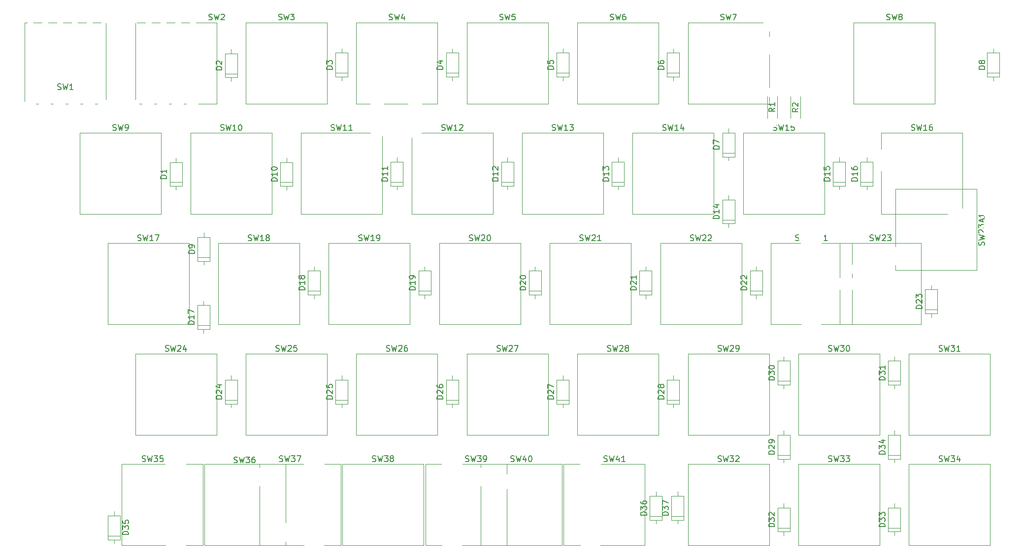
<source format=gto>
G04 #@! TF.GenerationSoftware,KiCad,Pcbnew,(5.1.6)-1*
G04 #@! TF.CreationDate,2020-06-17T00:03:13+01:00*
G04 #@! TF.ProjectId,Mint60,4d696e74-3630-42e6-9b69-6361645f7063,rev?*
G04 #@! TF.SameCoordinates,Original*
G04 #@! TF.FileFunction,Legend,Top*
G04 #@! TF.FilePolarity,Positive*
%FSLAX46Y46*%
G04 Gerber Fmt 4.6, Leading zero omitted, Abs format (unit mm)*
G04 Created by KiCad (PCBNEW (5.1.6)-1) date 2020-06-17 00:03:13*
%MOMM*%
%LPD*%
G01*
G04 APERTURE LIST*
%ADD10C,0.120000*%
%ADD11C,0.150000*%
%ADD12C,2.600000*%
%ADD13C,3.450000*%
%ADD14C,4.400000*%
%ADD15C,2.100000*%
%ADD16R,2.432000X2.127200*%
%ADD17O,2.432000X2.127200*%
%ADD18R,2.000000X2.000000*%
%ADD19O,2.000000X2.000000*%
%ADD20C,2.200000*%
%ADD21C,1.800000*%
%ADD22O,1.800000X1.800000*%
%ADD23R,2.432000X2.432000*%
%ADD24O,2.432000X2.432000*%
%ADD25C,1.700000*%
%ADD26O,2.400000X3.100000*%
%ADD27C,2.400000*%
%ADD28C,5.700000*%
G04 APERTURE END LIST*
D10*
X206635000Y-56515000D02*
X206635000Y-70485000D01*
X206635000Y-70485000D02*
X192665000Y-70485000D01*
X192665000Y-70485000D02*
X192665000Y-56515000D01*
X192665000Y-56515000D02*
X206635000Y-56515000D01*
X171265000Y-65865000D02*
X185235000Y-65865000D01*
X185235000Y-65865000D02*
X185235000Y-79835000D01*
X185235000Y-79835000D02*
X171265000Y-79835000D01*
X171265000Y-79835000D02*
X171265000Y-65865000D01*
X43015000Y-41860000D02*
X43015000Y-27890000D01*
X56985000Y-41860000D02*
X43015000Y-41860000D01*
X56985000Y-27890000D02*
X56985000Y-41860000D01*
X43015000Y-27890000D02*
X56985000Y-27890000D01*
X185515000Y-41860000D02*
X185515000Y-27890000D01*
X199485000Y-41860000D02*
X185515000Y-41860000D01*
X199485000Y-27890000D02*
X199485000Y-41860000D01*
X185515000Y-27890000D02*
X199485000Y-27890000D01*
X72690000Y-80010000D02*
X74810000Y-80010000D01*
X73750000Y-75780000D02*
X73750000Y-76550000D01*
X73750000Y-81440000D02*
X73750000Y-80670000D01*
X72690000Y-76550000D02*
X72690000Y-80670000D01*
X74810000Y-76550000D02*
X72690000Y-76550000D01*
X74810000Y-80670000D02*
X74810000Y-76550000D01*
X72690000Y-80670000D02*
X74810000Y-80670000D01*
X62015000Y-98860000D02*
X62015000Y-84890000D01*
X75985000Y-98860000D02*
X62015000Y-98860000D01*
X75985000Y-84890000D02*
X75985000Y-98860000D01*
X62015000Y-84890000D02*
X75985000Y-84890000D01*
X197790000Y-77290000D02*
X199910000Y-77290000D01*
X198850000Y-73060000D02*
X198850000Y-73830000D01*
X198850000Y-78720000D02*
X198850000Y-77950000D01*
X197790000Y-73830000D02*
X197790000Y-77950000D01*
X199910000Y-73830000D02*
X197790000Y-73830000D01*
X199910000Y-77950000D02*
X199910000Y-73830000D01*
X197790000Y-77950000D02*
X199910000Y-77950000D01*
X138015000Y-41860000D02*
X138015000Y-27890000D01*
X151985000Y-41860000D02*
X138015000Y-41860000D01*
X151985000Y-27890000D02*
X151985000Y-41860000D01*
X138015000Y-27890000D02*
X151985000Y-27890000D01*
X190265000Y-60860000D02*
X190265000Y-46890000D01*
X204235000Y-60860000D02*
X190265000Y-60860000D01*
X204235000Y-46890000D02*
X204235000Y-60860000D01*
X190265000Y-46890000D02*
X204235000Y-46890000D01*
X176015000Y-98860000D02*
X176015000Y-84890000D01*
X189985000Y-98860000D02*
X176015000Y-98860000D01*
X189985000Y-84890000D02*
X189985000Y-98860000D01*
X176015000Y-84890000D02*
X189985000Y-84890000D01*
X147515000Y-60860000D02*
X147515000Y-46890000D01*
X161485000Y-60860000D02*
X147515000Y-60860000D01*
X161485000Y-46890000D02*
X161485000Y-60860000D01*
X147515000Y-46890000D02*
X161485000Y-46890000D01*
X67940000Y-55390000D02*
X70060000Y-55390000D01*
X69000000Y-51160000D02*
X69000000Y-51930000D01*
X69000000Y-56820000D02*
X69000000Y-56050000D01*
X67940000Y-51930000D02*
X67940000Y-56050000D01*
X70060000Y-51930000D02*
X67940000Y-51930000D01*
X70060000Y-56050000D02*
X70060000Y-51930000D01*
X67940000Y-56050000D02*
X70060000Y-56050000D01*
X77440000Y-36690000D02*
X79560000Y-36690000D01*
X78500000Y-32460000D02*
X78500000Y-33230000D01*
X78500000Y-38120000D02*
X78500000Y-37350000D01*
X77440000Y-33230000D02*
X77440000Y-37350000D01*
X79560000Y-33230000D02*
X77440000Y-33230000D01*
X79560000Y-37350000D02*
X79560000Y-33230000D01*
X77440000Y-37350000D02*
X79560000Y-37350000D01*
X96440000Y-36590000D02*
X98560000Y-36590000D01*
X97500000Y-32360000D02*
X97500000Y-33130000D01*
X97500000Y-38020000D02*
X97500000Y-37250000D01*
X96440000Y-33130000D02*
X96440000Y-37250000D01*
X98560000Y-33130000D02*
X96440000Y-33130000D01*
X98560000Y-37250000D02*
X98560000Y-33130000D01*
X96440000Y-37250000D02*
X98560000Y-37250000D01*
X115440000Y-36590000D02*
X117560000Y-36590000D01*
X116500000Y-32360000D02*
X116500000Y-33130000D01*
X116500000Y-38020000D02*
X116500000Y-37250000D01*
X115440000Y-33130000D02*
X115440000Y-37250000D01*
X117560000Y-33130000D02*
X115440000Y-33130000D01*
X117560000Y-37250000D02*
X117560000Y-33130000D01*
X115440000Y-37250000D02*
X117560000Y-37250000D01*
X134440000Y-36590000D02*
X136560000Y-36590000D01*
X135500000Y-32360000D02*
X135500000Y-33130000D01*
X135500000Y-38020000D02*
X135500000Y-37250000D01*
X134440000Y-33130000D02*
X134440000Y-37250000D01*
X136560000Y-33130000D02*
X134440000Y-33130000D01*
X136560000Y-37250000D02*
X136560000Y-33130000D01*
X134440000Y-37250000D02*
X136560000Y-37250000D01*
X153440000Y-36590000D02*
X155560000Y-36590000D01*
X154500000Y-32360000D02*
X154500000Y-33130000D01*
X154500000Y-38020000D02*
X154500000Y-37250000D01*
X153440000Y-33130000D02*
X153440000Y-37250000D01*
X155560000Y-33130000D02*
X153440000Y-33130000D01*
X155560000Y-37250000D02*
X155560000Y-33130000D01*
X153440000Y-37250000D02*
X155560000Y-37250000D01*
X162940000Y-50340000D02*
X165060000Y-50340000D01*
X164000000Y-46110000D02*
X164000000Y-46880000D01*
X164000000Y-51770000D02*
X164000000Y-51000000D01*
X162940000Y-46880000D02*
X162940000Y-51000000D01*
X165060000Y-46880000D02*
X162940000Y-46880000D01*
X165060000Y-51000000D02*
X165060000Y-46880000D01*
X162940000Y-51000000D02*
X165060000Y-51000000D01*
X208440000Y-36590000D02*
X210560000Y-36590000D01*
X209500000Y-32360000D02*
X209500000Y-33130000D01*
X209500000Y-38020000D02*
X209500000Y-37250000D01*
X208440000Y-33130000D02*
X208440000Y-37250000D01*
X210560000Y-33130000D02*
X208440000Y-33130000D01*
X210560000Y-37250000D02*
X210560000Y-33130000D01*
X208440000Y-37250000D02*
X210560000Y-37250000D01*
X72740000Y-68290000D02*
X74860000Y-68290000D01*
X73800000Y-64060000D02*
X73800000Y-64830000D01*
X73800000Y-69720000D02*
X73800000Y-68950000D01*
X72740000Y-64830000D02*
X72740000Y-68950000D01*
X74860000Y-64830000D02*
X72740000Y-64830000D01*
X74860000Y-68950000D02*
X74860000Y-64830000D01*
X72740000Y-68950000D02*
X74860000Y-68950000D01*
X86940000Y-55390000D02*
X89060000Y-55390000D01*
X88000000Y-51160000D02*
X88000000Y-51930000D01*
X88000000Y-56820000D02*
X88000000Y-56050000D01*
X86940000Y-51930000D02*
X86940000Y-56050000D01*
X89060000Y-51930000D02*
X86940000Y-51930000D01*
X89060000Y-56050000D02*
X89060000Y-51930000D01*
X86940000Y-56050000D02*
X89060000Y-56050000D01*
X105940000Y-55340000D02*
X108060000Y-55340000D01*
X107000000Y-51110000D02*
X107000000Y-51880000D01*
X107000000Y-56770000D02*
X107000000Y-56000000D01*
X105940000Y-51880000D02*
X105940000Y-56000000D01*
X108060000Y-51880000D02*
X105940000Y-51880000D01*
X108060000Y-56000000D02*
X108060000Y-51880000D01*
X105940000Y-56000000D02*
X108060000Y-56000000D01*
X124940000Y-55340000D02*
X127060000Y-55340000D01*
X126000000Y-51110000D02*
X126000000Y-51880000D01*
X126000000Y-56770000D02*
X126000000Y-56000000D01*
X124940000Y-51880000D02*
X124940000Y-56000000D01*
X127060000Y-51880000D02*
X124940000Y-51880000D01*
X127060000Y-56000000D02*
X127060000Y-51880000D01*
X124940000Y-56000000D02*
X127060000Y-56000000D01*
X143940000Y-55340000D02*
X146060000Y-55340000D01*
X145000000Y-51110000D02*
X145000000Y-51880000D01*
X145000000Y-56770000D02*
X145000000Y-56000000D01*
X143940000Y-51880000D02*
X143940000Y-56000000D01*
X146060000Y-51880000D02*
X143940000Y-51880000D01*
X146060000Y-56000000D02*
X146060000Y-51880000D01*
X143940000Y-56000000D02*
X146060000Y-56000000D01*
X162940000Y-61840000D02*
X165060000Y-61840000D01*
X164000000Y-57610000D02*
X164000000Y-58380000D01*
X164000000Y-63270000D02*
X164000000Y-62500000D01*
X162940000Y-58380000D02*
X162940000Y-62500000D01*
X165060000Y-58380000D02*
X162940000Y-58380000D01*
X165060000Y-62500000D02*
X165060000Y-58380000D01*
X162940000Y-62500000D02*
X165060000Y-62500000D01*
X181940000Y-55340000D02*
X184060000Y-55340000D01*
X183000000Y-51110000D02*
X183000000Y-51880000D01*
X183000000Y-56770000D02*
X183000000Y-56000000D01*
X181940000Y-51880000D02*
X181940000Y-56000000D01*
X184060000Y-51880000D02*
X181940000Y-51880000D01*
X184060000Y-56000000D02*
X184060000Y-51880000D01*
X181940000Y-56000000D02*
X184060000Y-56000000D01*
X186690000Y-55340000D02*
X188810000Y-55340000D01*
X187750000Y-51110000D02*
X187750000Y-51880000D01*
X187750000Y-56770000D02*
X187750000Y-56000000D01*
X186690000Y-51880000D02*
X186690000Y-56000000D01*
X188810000Y-51880000D02*
X186690000Y-51880000D01*
X188810000Y-56000000D02*
X188810000Y-51880000D01*
X186690000Y-56000000D02*
X188810000Y-56000000D01*
X91690000Y-74090000D02*
X93810000Y-74090000D01*
X92750000Y-69860000D02*
X92750000Y-70630000D01*
X92750000Y-75520000D02*
X92750000Y-74750000D01*
X91690000Y-70630000D02*
X91690000Y-74750000D01*
X93810000Y-70630000D02*
X91690000Y-70630000D01*
X93810000Y-74750000D02*
X93810000Y-70630000D01*
X91690000Y-74750000D02*
X93810000Y-74750000D01*
X110690000Y-74090000D02*
X112810000Y-74090000D01*
X111750000Y-69860000D02*
X111750000Y-70630000D01*
X111750000Y-75520000D02*
X111750000Y-74750000D01*
X110690000Y-70630000D02*
X110690000Y-74750000D01*
X112810000Y-70630000D02*
X110690000Y-70630000D01*
X112810000Y-74750000D02*
X112810000Y-70630000D01*
X110690000Y-74750000D02*
X112810000Y-74750000D01*
X129690000Y-74090000D02*
X131810000Y-74090000D01*
X130750000Y-69860000D02*
X130750000Y-70630000D01*
X130750000Y-75520000D02*
X130750000Y-74750000D01*
X129690000Y-70630000D02*
X129690000Y-74750000D01*
X131810000Y-70630000D02*
X129690000Y-70630000D01*
X131810000Y-74750000D02*
X131810000Y-70630000D01*
X129690000Y-74750000D02*
X131810000Y-74750000D01*
X148690000Y-74090000D02*
X150810000Y-74090000D01*
X149750000Y-69860000D02*
X149750000Y-70630000D01*
X149750000Y-75520000D02*
X149750000Y-74750000D01*
X148690000Y-70630000D02*
X148690000Y-74750000D01*
X150810000Y-70630000D02*
X148690000Y-70630000D01*
X150810000Y-74750000D02*
X150810000Y-70630000D01*
X148690000Y-74750000D02*
X150810000Y-74750000D01*
X167690000Y-74090000D02*
X169810000Y-74090000D01*
X168750000Y-69860000D02*
X168750000Y-70630000D01*
X168750000Y-75520000D02*
X168750000Y-74750000D01*
X167690000Y-70630000D02*
X167690000Y-74750000D01*
X169810000Y-70630000D02*
X167690000Y-70630000D01*
X169810000Y-74750000D02*
X169810000Y-70630000D01*
X167690000Y-74750000D02*
X169810000Y-74750000D01*
X77440000Y-92840000D02*
X79560000Y-92840000D01*
X78500000Y-88610000D02*
X78500000Y-89380000D01*
X78500000Y-94270000D02*
X78500000Y-93500000D01*
X77440000Y-89380000D02*
X77440000Y-93500000D01*
X79560000Y-89380000D02*
X77440000Y-89380000D01*
X79560000Y-93500000D02*
X79560000Y-89380000D01*
X77440000Y-93500000D02*
X79560000Y-93500000D01*
X96440000Y-92840000D02*
X98560000Y-92840000D01*
X97500000Y-88610000D02*
X97500000Y-89380000D01*
X97500000Y-94270000D02*
X97500000Y-93500000D01*
X96440000Y-89380000D02*
X96440000Y-93500000D01*
X98560000Y-89380000D02*
X96440000Y-89380000D01*
X98560000Y-93500000D02*
X98560000Y-89380000D01*
X96440000Y-93500000D02*
X98560000Y-93500000D01*
X115440000Y-92840000D02*
X117560000Y-92840000D01*
X116500000Y-88610000D02*
X116500000Y-89380000D01*
X116500000Y-94270000D02*
X116500000Y-93500000D01*
X115440000Y-89380000D02*
X115440000Y-93500000D01*
X117560000Y-89380000D02*
X115440000Y-89380000D01*
X117560000Y-93500000D02*
X117560000Y-89380000D01*
X115440000Y-93500000D02*
X117560000Y-93500000D01*
X134440000Y-92840000D02*
X136560000Y-92840000D01*
X135500000Y-88610000D02*
X135500000Y-89380000D01*
X135500000Y-94270000D02*
X135500000Y-93500000D01*
X134440000Y-89380000D02*
X134440000Y-93500000D01*
X136560000Y-89380000D02*
X134440000Y-89380000D01*
X136560000Y-93500000D02*
X136560000Y-89380000D01*
X134440000Y-93500000D02*
X136560000Y-93500000D01*
X153440000Y-92840000D02*
X155560000Y-92840000D01*
X154500000Y-88610000D02*
X154500000Y-89380000D01*
X154500000Y-94270000D02*
X154500000Y-93500000D01*
X153440000Y-89380000D02*
X153440000Y-93500000D01*
X155560000Y-89380000D02*
X153440000Y-89380000D01*
X155560000Y-93500000D02*
X155560000Y-89380000D01*
X153440000Y-93500000D02*
X155560000Y-93500000D01*
X172440000Y-102340000D02*
X174560000Y-102340000D01*
X173500000Y-98110000D02*
X173500000Y-98880000D01*
X173500000Y-103770000D02*
X173500000Y-103000000D01*
X172440000Y-98880000D02*
X172440000Y-103000000D01*
X174560000Y-98880000D02*
X172440000Y-98880000D01*
X174560000Y-103000000D02*
X174560000Y-98880000D01*
X172440000Y-103000000D02*
X174560000Y-103000000D01*
X170640000Y-40600000D02*
X170640000Y-44320000D01*
X172360000Y-40600000D02*
X172360000Y-44320000D01*
X176360000Y-44320000D02*
X176360000Y-40600000D01*
X174640000Y-44320000D02*
X174640000Y-40600000D01*
X62015000Y-41860000D02*
X62015000Y-27890000D01*
X75985000Y-41860000D02*
X62015000Y-41860000D01*
X75985000Y-27890000D02*
X75985000Y-41860000D01*
X62015000Y-27890000D02*
X75985000Y-27890000D01*
X81015000Y-41860000D02*
X81015000Y-27890000D01*
X94985000Y-41860000D02*
X81015000Y-41860000D01*
X94985000Y-27890000D02*
X94985000Y-41860000D01*
X81015000Y-27890000D02*
X94985000Y-27890000D01*
X100015000Y-41860000D02*
X100015000Y-27890000D01*
X113985000Y-41860000D02*
X100015000Y-41860000D01*
X113985000Y-27890000D02*
X113985000Y-41860000D01*
X100015000Y-27890000D02*
X113985000Y-27890000D01*
X119015000Y-41860000D02*
X119015000Y-27890000D01*
X132985000Y-41860000D02*
X119015000Y-41860000D01*
X132985000Y-27890000D02*
X132985000Y-41860000D01*
X119015000Y-27890000D02*
X132985000Y-27890000D01*
X157015000Y-41860000D02*
X157015000Y-27890000D01*
X170985000Y-41860000D02*
X157015000Y-41860000D01*
X170985000Y-27890000D02*
X170985000Y-41860000D01*
X157015000Y-27890000D02*
X170985000Y-27890000D01*
X52515000Y-60860000D02*
X52515000Y-46890000D01*
X66485000Y-60860000D02*
X52515000Y-60860000D01*
X66485000Y-46890000D02*
X66485000Y-60860000D01*
X52515000Y-46890000D02*
X66485000Y-46890000D01*
X71515000Y-60860000D02*
X71515000Y-46890000D01*
X85485000Y-60860000D02*
X71515000Y-60860000D01*
X85485000Y-46890000D02*
X85485000Y-60860000D01*
X71515000Y-46890000D02*
X85485000Y-46890000D01*
X90515000Y-60860000D02*
X90515000Y-46890000D01*
X104485000Y-60860000D02*
X90515000Y-60860000D01*
X104485000Y-46890000D02*
X104485000Y-60860000D01*
X90515000Y-46890000D02*
X104485000Y-46890000D01*
X109515000Y-60860000D02*
X109515000Y-46890000D01*
X123485000Y-60860000D02*
X109515000Y-60860000D01*
X123485000Y-46890000D02*
X123485000Y-60860000D01*
X109515000Y-46890000D02*
X123485000Y-46890000D01*
X128515000Y-60860000D02*
X128515000Y-46890000D01*
X142485000Y-60860000D02*
X128515000Y-60860000D01*
X142485000Y-46890000D02*
X142485000Y-60860000D01*
X128515000Y-46890000D02*
X142485000Y-46890000D01*
X166515000Y-60860000D02*
X166515000Y-46890000D01*
X180485000Y-60860000D02*
X166515000Y-60860000D01*
X180485000Y-46890000D02*
X180485000Y-60860000D01*
X166515000Y-46890000D02*
X180485000Y-46890000D01*
X57265000Y-79860000D02*
X57265000Y-65890000D01*
X71235000Y-79860000D02*
X57265000Y-79860000D01*
X71235000Y-65890000D02*
X71235000Y-79860000D01*
X57265000Y-65890000D02*
X71235000Y-65890000D01*
X76265000Y-79860000D02*
X76265000Y-65890000D01*
X90235000Y-79860000D02*
X76265000Y-79860000D01*
X90235000Y-65890000D02*
X90235000Y-79860000D01*
X76265000Y-65890000D02*
X90235000Y-65890000D01*
X114265000Y-79860000D02*
X114265000Y-65890000D01*
X128235000Y-79860000D02*
X114265000Y-79860000D01*
X128235000Y-65890000D02*
X128235000Y-79860000D01*
X114265000Y-65890000D02*
X128235000Y-65890000D01*
X133265000Y-79860000D02*
X133265000Y-65890000D01*
X147235000Y-79860000D02*
X133265000Y-79860000D01*
X147235000Y-65890000D02*
X147235000Y-79860000D01*
X133265000Y-65890000D02*
X147235000Y-65890000D01*
X152265000Y-79860000D02*
X152265000Y-65890000D01*
X166235000Y-79860000D02*
X152265000Y-79860000D01*
X166235000Y-65890000D02*
X166235000Y-79860000D01*
X152265000Y-65890000D02*
X166235000Y-65890000D01*
X81015000Y-98860000D02*
X81015000Y-84890000D01*
X94985000Y-98860000D02*
X81015000Y-98860000D01*
X94985000Y-84890000D02*
X94985000Y-98860000D01*
X81015000Y-84890000D02*
X94985000Y-84890000D01*
X100015000Y-98860000D02*
X100015000Y-84890000D01*
X113985000Y-98860000D02*
X100015000Y-98860000D01*
X113985000Y-84890000D02*
X113985000Y-98860000D01*
X100015000Y-84890000D02*
X113985000Y-84890000D01*
X119015000Y-98860000D02*
X119015000Y-84890000D01*
X132985000Y-98860000D02*
X119015000Y-98860000D01*
X132985000Y-84890000D02*
X132985000Y-98860000D01*
X119015000Y-84890000D02*
X132985000Y-84890000D01*
X138015000Y-98860000D02*
X138015000Y-84890000D01*
X151985000Y-98860000D02*
X138015000Y-98860000D01*
X151985000Y-84890000D02*
X151985000Y-98860000D01*
X138015000Y-84890000D02*
X151985000Y-84890000D01*
X172440000Y-89590000D02*
X174560000Y-89590000D01*
X173500000Y-85360000D02*
X173500000Y-86130000D01*
X173500000Y-91020000D02*
X173500000Y-90250000D01*
X172440000Y-86130000D02*
X172440000Y-90250000D01*
X174560000Y-86130000D02*
X172440000Y-86130000D01*
X174560000Y-90250000D02*
X174560000Y-86130000D01*
X172440000Y-90250000D02*
X174560000Y-90250000D01*
X191440000Y-89590000D02*
X193560000Y-89590000D01*
X192500000Y-85360000D02*
X192500000Y-86130000D01*
X192500000Y-91020000D02*
X192500000Y-90250000D01*
X191440000Y-86130000D02*
X191440000Y-90250000D01*
X193560000Y-86130000D02*
X191440000Y-86130000D01*
X193560000Y-90250000D02*
X193560000Y-86130000D01*
X191440000Y-90250000D02*
X193560000Y-90250000D01*
X172440000Y-114840000D02*
X174560000Y-114840000D01*
X173500000Y-110610000D02*
X173500000Y-111380000D01*
X173500000Y-116270000D02*
X173500000Y-115500000D01*
X172440000Y-111380000D02*
X172440000Y-115500000D01*
X174560000Y-111380000D02*
X172440000Y-111380000D01*
X174560000Y-115500000D02*
X174560000Y-111380000D01*
X172440000Y-115500000D02*
X174560000Y-115500000D01*
X191440000Y-114840000D02*
X193560000Y-114840000D01*
X192500000Y-110610000D02*
X192500000Y-111380000D01*
X192500000Y-116270000D02*
X192500000Y-115500000D01*
X191440000Y-111380000D02*
X191440000Y-115500000D01*
X193560000Y-111380000D02*
X191440000Y-111380000D01*
X193560000Y-115500000D02*
X193560000Y-111380000D01*
X191440000Y-115500000D02*
X193560000Y-115500000D01*
X191440000Y-102340000D02*
X193560000Y-102340000D01*
X192500000Y-98110000D02*
X192500000Y-98880000D01*
X192500000Y-103770000D02*
X192500000Y-103000000D01*
X191440000Y-98880000D02*
X191440000Y-103000000D01*
X193560000Y-98880000D02*
X191440000Y-98880000D01*
X193560000Y-103000000D02*
X193560000Y-98880000D01*
X191440000Y-103000000D02*
X193560000Y-103000000D01*
X57340000Y-116210000D02*
X59460000Y-116210000D01*
X58400000Y-111980000D02*
X58400000Y-112750000D01*
X58400000Y-117640000D02*
X58400000Y-116870000D01*
X57340000Y-112750000D02*
X57340000Y-116870000D01*
X59460000Y-112750000D02*
X57340000Y-112750000D01*
X59460000Y-116870000D02*
X59460000Y-112750000D01*
X57340000Y-116870000D02*
X59460000Y-116870000D01*
X150440000Y-112840000D02*
X152560000Y-112840000D01*
X151500000Y-108610000D02*
X151500000Y-109380000D01*
X151500000Y-114270000D02*
X151500000Y-113500000D01*
X150440000Y-109380000D02*
X150440000Y-113500000D01*
X152560000Y-109380000D02*
X150440000Y-109380000D01*
X152560000Y-113500000D02*
X152560000Y-109380000D01*
X150440000Y-113500000D02*
X152560000Y-113500000D01*
X154190000Y-112840000D02*
X156310000Y-112840000D01*
X155250000Y-108610000D02*
X155250000Y-109380000D01*
X155250000Y-114270000D02*
X155250000Y-113500000D01*
X154190000Y-109380000D02*
X154190000Y-113500000D01*
X156310000Y-109380000D02*
X154190000Y-109380000D01*
X156310000Y-113500000D02*
X156310000Y-109380000D01*
X154190000Y-113500000D02*
X156310000Y-113500000D01*
X95265000Y-79860000D02*
X95265000Y-65890000D01*
X109235000Y-79860000D02*
X95265000Y-79860000D01*
X109235000Y-65890000D02*
X109235000Y-79860000D01*
X95265000Y-65890000D02*
X109235000Y-65890000D01*
X157015000Y-98860000D02*
X157015000Y-84890000D01*
X170985000Y-98860000D02*
X157015000Y-98860000D01*
X170985000Y-84890000D02*
X170985000Y-98860000D01*
X157015000Y-84890000D02*
X170985000Y-84890000D01*
X195015000Y-98860000D02*
X195015000Y-84890000D01*
X208985000Y-98860000D02*
X195015000Y-98860000D01*
X208985000Y-84890000D02*
X208985000Y-98860000D01*
X195015000Y-84890000D02*
X208985000Y-84890000D01*
X157015000Y-117860000D02*
X157015000Y-103890000D01*
X170985000Y-117860000D02*
X157015000Y-117860000D01*
X170985000Y-103890000D02*
X170985000Y-117860000D01*
X157015000Y-103890000D02*
X170985000Y-103890000D01*
X176015000Y-117860000D02*
X176015000Y-103890000D01*
X189985000Y-117860000D02*
X176015000Y-117860000D01*
X189985000Y-103890000D02*
X189985000Y-117860000D01*
X176015000Y-103890000D02*
X189985000Y-103890000D01*
X195015000Y-117860000D02*
X195015000Y-103890000D01*
X208985000Y-117860000D02*
X195015000Y-117860000D01*
X208985000Y-103890000D02*
X208985000Y-117860000D01*
X195015000Y-103890000D02*
X208985000Y-103890000D01*
X97360000Y-103890000D02*
X97360000Y-117860000D01*
X83390000Y-103890000D02*
X97360000Y-103890000D01*
X83390000Y-117860000D02*
X83390000Y-103890000D01*
X97360000Y-117860000D02*
X83390000Y-117860000D01*
X73610000Y-103890000D02*
X73610000Y-117860000D01*
X59640000Y-103890000D02*
X73610000Y-103890000D01*
X59640000Y-117860000D02*
X59640000Y-103890000D01*
X73610000Y-117860000D02*
X59640000Y-117860000D01*
X111890000Y-117860000D02*
X111890000Y-103890000D01*
X125860000Y-117860000D02*
X111890000Y-117860000D01*
X125860000Y-103890000D02*
X125860000Y-117860000D01*
X111890000Y-103890000D02*
X125860000Y-103890000D01*
X135640000Y-117860000D02*
X135640000Y-103890000D01*
X149610000Y-117860000D02*
X135640000Y-117860000D01*
X149610000Y-103890000D02*
X149610000Y-117860000D01*
X135640000Y-103890000D02*
X149610000Y-103890000D01*
X97640000Y-117860000D02*
X97640000Y-103890000D01*
X111610000Y-117860000D02*
X97640000Y-117860000D01*
X111610000Y-103890000D02*
X111610000Y-117860000D01*
X97640000Y-103890000D02*
X111610000Y-103890000D01*
X183140000Y-79860000D02*
X183140000Y-65890000D01*
X197110000Y-79860000D02*
X183140000Y-79860000D01*
X197110000Y-65890000D02*
X197110000Y-79860000D01*
X183140000Y-65890000D02*
X197110000Y-65890000D01*
X73890000Y-117860000D02*
X73890000Y-103890000D01*
X87860000Y-117860000D02*
X73890000Y-117860000D01*
X87860000Y-103890000D02*
X87860000Y-117860000D01*
X73890000Y-103890000D02*
X87860000Y-103890000D01*
X121390000Y-117860000D02*
X121390000Y-103890000D01*
X135360000Y-117860000D02*
X121390000Y-117860000D01*
X135360000Y-103890000D02*
X135360000Y-117860000D01*
X121390000Y-103890000D02*
X135360000Y-103890000D01*
D11*
X207928761Y-66214285D02*
X207976380Y-66071428D01*
X207976380Y-65833333D01*
X207928761Y-65738095D01*
X207881142Y-65690476D01*
X207785904Y-65642857D01*
X207690666Y-65642857D01*
X207595428Y-65690476D01*
X207547809Y-65738095D01*
X207500190Y-65833333D01*
X207452571Y-66023809D01*
X207404952Y-66119047D01*
X207357333Y-66166666D01*
X207262095Y-66214285D01*
X207166857Y-66214285D01*
X207071619Y-66166666D01*
X207024000Y-66119047D01*
X206976380Y-66023809D01*
X206976380Y-65785714D01*
X207024000Y-65642857D01*
X206976380Y-65309523D02*
X207976380Y-65071428D01*
X207262095Y-64880952D01*
X207976380Y-64690476D01*
X206976380Y-64452380D01*
X207071619Y-64119047D02*
X207024000Y-64071428D01*
X206976380Y-63976190D01*
X206976380Y-63738095D01*
X207024000Y-63642857D01*
X207071619Y-63595238D01*
X207166857Y-63547619D01*
X207262095Y-63547619D01*
X207404952Y-63595238D01*
X207976380Y-64166666D01*
X207976380Y-63547619D01*
X206976380Y-63214285D02*
X206976380Y-62595238D01*
X207357333Y-62928571D01*
X207357333Y-62785714D01*
X207404952Y-62690476D01*
X207452571Y-62642857D01*
X207547809Y-62595238D01*
X207785904Y-62595238D01*
X207881142Y-62642857D01*
X207928761Y-62690476D01*
X207976380Y-62785714D01*
X207976380Y-63071428D01*
X207928761Y-63166666D01*
X207881142Y-63214285D01*
X207690666Y-62214285D02*
X207690666Y-61738095D01*
X207976380Y-62309523D02*
X206976380Y-61976190D01*
X207976380Y-61642857D01*
X207976380Y-60785714D02*
X207976380Y-61357142D01*
X207976380Y-61071428D02*
X206976380Y-61071428D01*
X207119238Y-61166666D01*
X207214476Y-61261904D01*
X207262095Y-61357142D01*
X175535714Y-65380761D02*
X175678571Y-65428380D01*
X175916666Y-65428380D01*
X176011904Y-65380761D01*
X176059523Y-65333142D01*
X176107142Y-65237904D01*
X176107142Y-65142666D01*
X176059523Y-65047428D01*
X176011904Y-64999809D01*
X175916666Y-64952190D01*
X175726190Y-64904571D01*
X175630952Y-64856952D01*
X175583333Y-64809333D01*
X175535714Y-64714095D01*
X175535714Y-64618857D01*
X175583333Y-64523619D01*
X175630952Y-64476000D01*
X175726190Y-64428380D01*
X175964285Y-64428380D01*
X176107142Y-64476000D01*
X176440476Y-64428380D02*
X176678571Y-65428380D01*
X176869047Y-64714095D01*
X177059523Y-65428380D01*
X177297619Y-64428380D01*
X178202380Y-65428380D02*
X177630952Y-65428380D01*
X177916666Y-65428380D02*
X177916666Y-64428380D01*
X177821428Y-64571238D01*
X177726190Y-64666476D01*
X177630952Y-64714095D01*
X179059523Y-64428380D02*
X178869047Y-64428380D01*
X178773809Y-64476000D01*
X178726190Y-64523619D01*
X178630952Y-64666476D01*
X178583333Y-64856952D01*
X178583333Y-65237904D01*
X178630952Y-65333142D01*
X178678571Y-65380761D01*
X178773809Y-65428380D01*
X178964285Y-65428380D01*
X179059523Y-65380761D01*
X179107142Y-65333142D01*
X179154761Y-65237904D01*
X179154761Y-64999809D01*
X179107142Y-64904571D01*
X179059523Y-64856952D01*
X178964285Y-64809333D01*
X178773809Y-64809333D01*
X178678571Y-64856952D01*
X178630952Y-64904571D01*
X178583333Y-64999809D01*
X179535714Y-65142666D02*
X180011904Y-65142666D01*
X179440476Y-65428380D02*
X179773809Y-64428380D01*
X180107142Y-65428380D01*
X180964285Y-65428380D02*
X180392857Y-65428380D01*
X180678571Y-65428380D02*
X180678571Y-64428380D01*
X180583333Y-64571238D01*
X180488095Y-64666476D01*
X180392857Y-64714095D01*
X48666666Y-39404761D02*
X48809523Y-39452380D01*
X49047619Y-39452380D01*
X49142857Y-39404761D01*
X49190476Y-39357142D01*
X49238095Y-39261904D01*
X49238095Y-39166666D01*
X49190476Y-39071428D01*
X49142857Y-39023809D01*
X49047619Y-38976190D01*
X48857142Y-38928571D01*
X48761904Y-38880952D01*
X48714285Y-38833333D01*
X48666666Y-38738095D01*
X48666666Y-38642857D01*
X48714285Y-38547619D01*
X48761904Y-38500000D01*
X48857142Y-38452380D01*
X49095238Y-38452380D01*
X49238095Y-38500000D01*
X49571428Y-38452380D02*
X49809523Y-39452380D01*
X50000000Y-38738095D01*
X50190476Y-39452380D01*
X50428571Y-38452380D01*
X51333333Y-39452380D02*
X50761904Y-39452380D01*
X51047619Y-39452380D02*
X51047619Y-38452380D01*
X50952380Y-38595238D01*
X50857142Y-38690476D01*
X50761904Y-38738095D01*
X191166666Y-27405761D02*
X191309523Y-27453380D01*
X191547619Y-27453380D01*
X191642857Y-27405761D01*
X191690476Y-27358142D01*
X191738095Y-27262904D01*
X191738095Y-27167666D01*
X191690476Y-27072428D01*
X191642857Y-27024809D01*
X191547619Y-26977190D01*
X191357142Y-26929571D01*
X191261904Y-26881952D01*
X191214285Y-26834333D01*
X191166666Y-26739095D01*
X191166666Y-26643857D01*
X191214285Y-26548619D01*
X191261904Y-26501000D01*
X191357142Y-26453380D01*
X191595238Y-26453380D01*
X191738095Y-26501000D01*
X192071428Y-26453380D02*
X192309523Y-27453380D01*
X192500000Y-26739095D01*
X192690476Y-27453380D01*
X192928571Y-26453380D01*
X193452380Y-26881952D02*
X193357142Y-26834333D01*
X193309523Y-26786714D01*
X193261904Y-26691476D01*
X193261904Y-26643857D01*
X193309523Y-26548619D01*
X193357142Y-26501000D01*
X193452380Y-26453380D01*
X193642857Y-26453380D01*
X193738095Y-26501000D01*
X193785714Y-26548619D01*
X193833333Y-26643857D01*
X193833333Y-26691476D01*
X193785714Y-26786714D01*
X193738095Y-26834333D01*
X193642857Y-26881952D01*
X193452380Y-26881952D01*
X193357142Y-26929571D01*
X193309523Y-26977190D01*
X193261904Y-27072428D01*
X193261904Y-27262904D01*
X193309523Y-27358142D01*
X193357142Y-27405761D01*
X193452380Y-27453380D01*
X193642857Y-27453380D01*
X193738095Y-27405761D01*
X193785714Y-27358142D01*
X193833333Y-27262904D01*
X193833333Y-27072428D01*
X193785714Y-26977190D01*
X193738095Y-26929571D01*
X193642857Y-26881952D01*
X72142380Y-79824285D02*
X71142380Y-79824285D01*
X71142380Y-79586190D01*
X71190000Y-79443333D01*
X71285238Y-79348095D01*
X71380476Y-79300476D01*
X71570952Y-79252857D01*
X71713809Y-79252857D01*
X71904285Y-79300476D01*
X71999523Y-79348095D01*
X72094761Y-79443333D01*
X72142380Y-79586190D01*
X72142380Y-79824285D01*
X72142380Y-78300476D02*
X72142380Y-78871904D01*
X72142380Y-78586190D02*
X71142380Y-78586190D01*
X71285238Y-78681428D01*
X71380476Y-78776666D01*
X71428095Y-78871904D01*
X71142380Y-77967142D02*
X71142380Y-77300476D01*
X72142380Y-77729047D01*
X67190476Y-84405761D02*
X67333333Y-84453380D01*
X67571428Y-84453380D01*
X67666666Y-84405761D01*
X67714285Y-84358142D01*
X67761904Y-84262904D01*
X67761904Y-84167666D01*
X67714285Y-84072428D01*
X67666666Y-84024809D01*
X67571428Y-83977190D01*
X67380952Y-83929571D01*
X67285714Y-83881952D01*
X67238095Y-83834333D01*
X67190476Y-83739095D01*
X67190476Y-83643857D01*
X67238095Y-83548619D01*
X67285714Y-83501000D01*
X67380952Y-83453380D01*
X67619047Y-83453380D01*
X67761904Y-83501000D01*
X68095238Y-83453380D02*
X68333333Y-84453380D01*
X68523809Y-83739095D01*
X68714285Y-84453380D01*
X68952380Y-83453380D01*
X69285714Y-83548619D02*
X69333333Y-83501000D01*
X69428571Y-83453380D01*
X69666666Y-83453380D01*
X69761904Y-83501000D01*
X69809523Y-83548619D01*
X69857142Y-83643857D01*
X69857142Y-83739095D01*
X69809523Y-83881952D01*
X69238095Y-84453380D01*
X69857142Y-84453380D01*
X70714285Y-83786714D02*
X70714285Y-84453380D01*
X70476190Y-83405761D02*
X70238095Y-84120047D01*
X70857142Y-84120047D01*
X197242380Y-77104285D02*
X196242380Y-77104285D01*
X196242380Y-76866190D01*
X196290000Y-76723333D01*
X196385238Y-76628095D01*
X196480476Y-76580476D01*
X196670952Y-76532857D01*
X196813809Y-76532857D01*
X197004285Y-76580476D01*
X197099523Y-76628095D01*
X197194761Y-76723333D01*
X197242380Y-76866190D01*
X197242380Y-77104285D01*
X196337619Y-76151904D02*
X196290000Y-76104285D01*
X196242380Y-76009047D01*
X196242380Y-75770952D01*
X196290000Y-75675714D01*
X196337619Y-75628095D01*
X196432857Y-75580476D01*
X196528095Y-75580476D01*
X196670952Y-75628095D01*
X197242380Y-76199523D01*
X197242380Y-75580476D01*
X196242380Y-75247142D02*
X196242380Y-74628095D01*
X196623333Y-74961428D01*
X196623333Y-74818571D01*
X196670952Y-74723333D01*
X196718571Y-74675714D01*
X196813809Y-74628095D01*
X197051904Y-74628095D01*
X197147142Y-74675714D01*
X197194761Y-74723333D01*
X197242380Y-74818571D01*
X197242380Y-75104285D01*
X197194761Y-75199523D01*
X197147142Y-75247142D01*
X143666666Y-27405761D02*
X143809523Y-27453380D01*
X144047619Y-27453380D01*
X144142857Y-27405761D01*
X144190476Y-27358142D01*
X144238095Y-27262904D01*
X144238095Y-27167666D01*
X144190476Y-27072428D01*
X144142857Y-27024809D01*
X144047619Y-26977190D01*
X143857142Y-26929571D01*
X143761904Y-26881952D01*
X143714285Y-26834333D01*
X143666666Y-26739095D01*
X143666666Y-26643857D01*
X143714285Y-26548619D01*
X143761904Y-26501000D01*
X143857142Y-26453380D01*
X144095238Y-26453380D01*
X144238095Y-26501000D01*
X144571428Y-26453380D02*
X144809523Y-27453380D01*
X145000000Y-26739095D01*
X145190476Y-27453380D01*
X145428571Y-26453380D01*
X146238095Y-26453380D02*
X146047619Y-26453380D01*
X145952380Y-26501000D01*
X145904761Y-26548619D01*
X145809523Y-26691476D01*
X145761904Y-26881952D01*
X145761904Y-27262904D01*
X145809523Y-27358142D01*
X145857142Y-27405761D01*
X145952380Y-27453380D01*
X146142857Y-27453380D01*
X146238095Y-27405761D01*
X146285714Y-27358142D01*
X146333333Y-27262904D01*
X146333333Y-27024809D01*
X146285714Y-26929571D01*
X146238095Y-26881952D01*
X146142857Y-26834333D01*
X145952380Y-26834333D01*
X145857142Y-26881952D01*
X145809523Y-26929571D01*
X145761904Y-27024809D01*
X195440476Y-46405761D02*
X195583333Y-46453380D01*
X195821428Y-46453380D01*
X195916666Y-46405761D01*
X195964285Y-46358142D01*
X196011904Y-46262904D01*
X196011904Y-46167666D01*
X195964285Y-46072428D01*
X195916666Y-46024809D01*
X195821428Y-45977190D01*
X195630952Y-45929571D01*
X195535714Y-45881952D01*
X195488095Y-45834333D01*
X195440476Y-45739095D01*
X195440476Y-45643857D01*
X195488095Y-45548619D01*
X195535714Y-45501000D01*
X195630952Y-45453380D01*
X195869047Y-45453380D01*
X196011904Y-45501000D01*
X196345238Y-45453380D02*
X196583333Y-46453380D01*
X196773809Y-45739095D01*
X196964285Y-46453380D01*
X197202380Y-45453380D01*
X198107142Y-46453380D02*
X197535714Y-46453380D01*
X197821428Y-46453380D02*
X197821428Y-45453380D01*
X197726190Y-45596238D01*
X197630952Y-45691476D01*
X197535714Y-45739095D01*
X198964285Y-45453380D02*
X198773809Y-45453380D01*
X198678571Y-45501000D01*
X198630952Y-45548619D01*
X198535714Y-45691476D01*
X198488095Y-45881952D01*
X198488095Y-46262904D01*
X198535714Y-46358142D01*
X198583333Y-46405761D01*
X198678571Y-46453380D01*
X198869047Y-46453380D01*
X198964285Y-46405761D01*
X199011904Y-46358142D01*
X199059523Y-46262904D01*
X199059523Y-46024809D01*
X199011904Y-45929571D01*
X198964285Y-45881952D01*
X198869047Y-45834333D01*
X198678571Y-45834333D01*
X198583333Y-45881952D01*
X198535714Y-45929571D01*
X198488095Y-46024809D01*
X181190476Y-84405761D02*
X181333333Y-84453380D01*
X181571428Y-84453380D01*
X181666666Y-84405761D01*
X181714285Y-84358142D01*
X181761904Y-84262904D01*
X181761904Y-84167666D01*
X181714285Y-84072428D01*
X181666666Y-84024809D01*
X181571428Y-83977190D01*
X181380952Y-83929571D01*
X181285714Y-83881952D01*
X181238095Y-83834333D01*
X181190476Y-83739095D01*
X181190476Y-83643857D01*
X181238095Y-83548619D01*
X181285714Y-83501000D01*
X181380952Y-83453380D01*
X181619047Y-83453380D01*
X181761904Y-83501000D01*
X182095238Y-83453380D02*
X182333333Y-84453380D01*
X182523809Y-83739095D01*
X182714285Y-84453380D01*
X182952380Y-83453380D01*
X183238095Y-83453380D02*
X183857142Y-83453380D01*
X183523809Y-83834333D01*
X183666666Y-83834333D01*
X183761904Y-83881952D01*
X183809523Y-83929571D01*
X183857142Y-84024809D01*
X183857142Y-84262904D01*
X183809523Y-84358142D01*
X183761904Y-84405761D01*
X183666666Y-84453380D01*
X183380952Y-84453380D01*
X183285714Y-84405761D01*
X183238095Y-84358142D01*
X184476190Y-83453380D02*
X184571428Y-83453380D01*
X184666666Y-83501000D01*
X184714285Y-83548619D01*
X184761904Y-83643857D01*
X184809523Y-83834333D01*
X184809523Y-84072428D01*
X184761904Y-84262904D01*
X184714285Y-84358142D01*
X184666666Y-84405761D01*
X184571428Y-84453380D01*
X184476190Y-84453380D01*
X184380952Y-84405761D01*
X184333333Y-84358142D01*
X184285714Y-84262904D01*
X184238095Y-84072428D01*
X184238095Y-83834333D01*
X184285714Y-83643857D01*
X184333333Y-83548619D01*
X184380952Y-83501000D01*
X184476190Y-83453380D01*
X152690476Y-46405761D02*
X152833333Y-46453380D01*
X153071428Y-46453380D01*
X153166666Y-46405761D01*
X153214285Y-46358142D01*
X153261904Y-46262904D01*
X153261904Y-46167666D01*
X153214285Y-46072428D01*
X153166666Y-46024809D01*
X153071428Y-45977190D01*
X152880952Y-45929571D01*
X152785714Y-45881952D01*
X152738095Y-45834333D01*
X152690476Y-45739095D01*
X152690476Y-45643857D01*
X152738095Y-45548619D01*
X152785714Y-45501000D01*
X152880952Y-45453380D01*
X153119047Y-45453380D01*
X153261904Y-45501000D01*
X153595238Y-45453380D02*
X153833333Y-46453380D01*
X154023809Y-45739095D01*
X154214285Y-46453380D01*
X154452380Y-45453380D01*
X155357142Y-46453380D02*
X154785714Y-46453380D01*
X155071428Y-46453380D02*
X155071428Y-45453380D01*
X154976190Y-45596238D01*
X154880952Y-45691476D01*
X154785714Y-45739095D01*
X156214285Y-45786714D02*
X156214285Y-46453380D01*
X155976190Y-45405761D02*
X155738095Y-46120047D01*
X156357142Y-46120047D01*
X67392380Y-54728095D02*
X66392380Y-54728095D01*
X66392380Y-54490000D01*
X66440000Y-54347142D01*
X66535238Y-54251904D01*
X66630476Y-54204285D01*
X66820952Y-54156666D01*
X66963809Y-54156666D01*
X67154285Y-54204285D01*
X67249523Y-54251904D01*
X67344761Y-54347142D01*
X67392380Y-54490000D01*
X67392380Y-54728095D01*
X67392380Y-53204285D02*
X67392380Y-53775714D01*
X67392380Y-53490000D02*
X66392380Y-53490000D01*
X66535238Y-53585238D01*
X66630476Y-53680476D01*
X66678095Y-53775714D01*
X76892380Y-36028095D02*
X75892380Y-36028095D01*
X75892380Y-35790000D01*
X75940000Y-35647142D01*
X76035238Y-35551904D01*
X76130476Y-35504285D01*
X76320952Y-35456666D01*
X76463809Y-35456666D01*
X76654285Y-35504285D01*
X76749523Y-35551904D01*
X76844761Y-35647142D01*
X76892380Y-35790000D01*
X76892380Y-36028095D01*
X75987619Y-35075714D02*
X75940000Y-35028095D01*
X75892380Y-34932857D01*
X75892380Y-34694761D01*
X75940000Y-34599523D01*
X75987619Y-34551904D01*
X76082857Y-34504285D01*
X76178095Y-34504285D01*
X76320952Y-34551904D01*
X76892380Y-35123333D01*
X76892380Y-34504285D01*
X95892380Y-35928095D02*
X94892380Y-35928095D01*
X94892380Y-35690000D01*
X94940000Y-35547142D01*
X95035238Y-35451904D01*
X95130476Y-35404285D01*
X95320952Y-35356666D01*
X95463809Y-35356666D01*
X95654285Y-35404285D01*
X95749523Y-35451904D01*
X95844761Y-35547142D01*
X95892380Y-35690000D01*
X95892380Y-35928095D01*
X94892380Y-35023333D02*
X94892380Y-34404285D01*
X95273333Y-34737619D01*
X95273333Y-34594761D01*
X95320952Y-34499523D01*
X95368571Y-34451904D01*
X95463809Y-34404285D01*
X95701904Y-34404285D01*
X95797142Y-34451904D01*
X95844761Y-34499523D01*
X95892380Y-34594761D01*
X95892380Y-34880476D01*
X95844761Y-34975714D01*
X95797142Y-35023333D01*
X114892380Y-35928095D02*
X113892380Y-35928095D01*
X113892380Y-35690000D01*
X113940000Y-35547142D01*
X114035238Y-35451904D01*
X114130476Y-35404285D01*
X114320952Y-35356666D01*
X114463809Y-35356666D01*
X114654285Y-35404285D01*
X114749523Y-35451904D01*
X114844761Y-35547142D01*
X114892380Y-35690000D01*
X114892380Y-35928095D01*
X114225714Y-34499523D02*
X114892380Y-34499523D01*
X113844761Y-34737619D02*
X114559047Y-34975714D01*
X114559047Y-34356666D01*
X133892380Y-35928095D02*
X132892380Y-35928095D01*
X132892380Y-35690000D01*
X132940000Y-35547142D01*
X133035238Y-35451904D01*
X133130476Y-35404285D01*
X133320952Y-35356666D01*
X133463809Y-35356666D01*
X133654285Y-35404285D01*
X133749523Y-35451904D01*
X133844761Y-35547142D01*
X133892380Y-35690000D01*
X133892380Y-35928095D01*
X132892380Y-34451904D02*
X132892380Y-34928095D01*
X133368571Y-34975714D01*
X133320952Y-34928095D01*
X133273333Y-34832857D01*
X133273333Y-34594761D01*
X133320952Y-34499523D01*
X133368571Y-34451904D01*
X133463809Y-34404285D01*
X133701904Y-34404285D01*
X133797142Y-34451904D01*
X133844761Y-34499523D01*
X133892380Y-34594761D01*
X133892380Y-34832857D01*
X133844761Y-34928095D01*
X133797142Y-34975714D01*
X152892380Y-35928095D02*
X151892380Y-35928095D01*
X151892380Y-35690000D01*
X151940000Y-35547142D01*
X152035238Y-35451904D01*
X152130476Y-35404285D01*
X152320952Y-35356666D01*
X152463809Y-35356666D01*
X152654285Y-35404285D01*
X152749523Y-35451904D01*
X152844761Y-35547142D01*
X152892380Y-35690000D01*
X152892380Y-35928095D01*
X151892380Y-34499523D02*
X151892380Y-34690000D01*
X151940000Y-34785238D01*
X151987619Y-34832857D01*
X152130476Y-34928095D01*
X152320952Y-34975714D01*
X152701904Y-34975714D01*
X152797142Y-34928095D01*
X152844761Y-34880476D01*
X152892380Y-34785238D01*
X152892380Y-34594761D01*
X152844761Y-34499523D01*
X152797142Y-34451904D01*
X152701904Y-34404285D01*
X152463809Y-34404285D01*
X152368571Y-34451904D01*
X152320952Y-34499523D01*
X152273333Y-34594761D01*
X152273333Y-34785238D01*
X152320952Y-34880476D01*
X152368571Y-34928095D01*
X152463809Y-34975714D01*
X162392380Y-49678095D02*
X161392380Y-49678095D01*
X161392380Y-49440000D01*
X161440000Y-49297142D01*
X161535238Y-49201904D01*
X161630476Y-49154285D01*
X161820952Y-49106666D01*
X161963809Y-49106666D01*
X162154285Y-49154285D01*
X162249523Y-49201904D01*
X162344761Y-49297142D01*
X162392380Y-49440000D01*
X162392380Y-49678095D01*
X161392380Y-48773333D02*
X161392380Y-48106666D01*
X162392380Y-48535238D01*
X208052380Y-35928095D02*
X207052380Y-35928095D01*
X207052380Y-35690000D01*
X207100000Y-35547142D01*
X207195238Y-35451904D01*
X207290476Y-35404285D01*
X207480952Y-35356666D01*
X207623809Y-35356666D01*
X207814285Y-35404285D01*
X207909523Y-35451904D01*
X208004761Y-35547142D01*
X208052380Y-35690000D01*
X208052380Y-35928095D01*
X207480952Y-34785238D02*
X207433333Y-34880476D01*
X207385714Y-34928095D01*
X207290476Y-34975714D01*
X207242857Y-34975714D01*
X207147619Y-34928095D01*
X207100000Y-34880476D01*
X207052380Y-34785238D01*
X207052380Y-34594761D01*
X207100000Y-34499523D01*
X207147619Y-34451904D01*
X207242857Y-34404285D01*
X207290476Y-34404285D01*
X207385714Y-34451904D01*
X207433333Y-34499523D01*
X207480952Y-34594761D01*
X207480952Y-34785238D01*
X207528571Y-34880476D01*
X207576190Y-34928095D01*
X207671428Y-34975714D01*
X207861904Y-34975714D01*
X207957142Y-34928095D01*
X208004761Y-34880476D01*
X208052380Y-34785238D01*
X208052380Y-34594761D01*
X208004761Y-34499523D01*
X207957142Y-34451904D01*
X207861904Y-34404285D01*
X207671428Y-34404285D01*
X207576190Y-34451904D01*
X207528571Y-34499523D01*
X207480952Y-34594761D01*
X72192380Y-67628095D02*
X71192380Y-67628095D01*
X71192380Y-67390000D01*
X71240000Y-67247142D01*
X71335238Y-67151904D01*
X71430476Y-67104285D01*
X71620952Y-67056666D01*
X71763809Y-67056666D01*
X71954285Y-67104285D01*
X72049523Y-67151904D01*
X72144761Y-67247142D01*
X72192380Y-67390000D01*
X72192380Y-67628095D01*
X72192380Y-66580476D02*
X72192380Y-66390000D01*
X72144761Y-66294761D01*
X72097142Y-66247142D01*
X71954285Y-66151904D01*
X71763809Y-66104285D01*
X71382857Y-66104285D01*
X71287619Y-66151904D01*
X71240000Y-66199523D01*
X71192380Y-66294761D01*
X71192380Y-66485238D01*
X71240000Y-66580476D01*
X71287619Y-66628095D01*
X71382857Y-66675714D01*
X71620952Y-66675714D01*
X71716190Y-66628095D01*
X71763809Y-66580476D01*
X71811428Y-66485238D01*
X71811428Y-66294761D01*
X71763809Y-66199523D01*
X71716190Y-66151904D01*
X71620952Y-66104285D01*
X86392380Y-55204285D02*
X85392380Y-55204285D01*
X85392380Y-54966190D01*
X85440000Y-54823333D01*
X85535238Y-54728095D01*
X85630476Y-54680476D01*
X85820952Y-54632857D01*
X85963809Y-54632857D01*
X86154285Y-54680476D01*
X86249523Y-54728095D01*
X86344761Y-54823333D01*
X86392380Y-54966190D01*
X86392380Y-55204285D01*
X86392380Y-53680476D02*
X86392380Y-54251904D01*
X86392380Y-53966190D02*
X85392380Y-53966190D01*
X85535238Y-54061428D01*
X85630476Y-54156666D01*
X85678095Y-54251904D01*
X85392380Y-53061428D02*
X85392380Y-52966190D01*
X85440000Y-52870952D01*
X85487619Y-52823333D01*
X85582857Y-52775714D01*
X85773333Y-52728095D01*
X86011428Y-52728095D01*
X86201904Y-52775714D01*
X86297142Y-52823333D01*
X86344761Y-52870952D01*
X86392380Y-52966190D01*
X86392380Y-53061428D01*
X86344761Y-53156666D01*
X86297142Y-53204285D01*
X86201904Y-53251904D01*
X86011428Y-53299523D01*
X85773333Y-53299523D01*
X85582857Y-53251904D01*
X85487619Y-53204285D01*
X85440000Y-53156666D01*
X85392380Y-53061428D01*
X105392380Y-55154285D02*
X104392380Y-55154285D01*
X104392380Y-54916190D01*
X104440000Y-54773333D01*
X104535238Y-54678095D01*
X104630476Y-54630476D01*
X104820952Y-54582857D01*
X104963809Y-54582857D01*
X105154285Y-54630476D01*
X105249523Y-54678095D01*
X105344761Y-54773333D01*
X105392380Y-54916190D01*
X105392380Y-55154285D01*
X105392380Y-53630476D02*
X105392380Y-54201904D01*
X105392380Y-53916190D02*
X104392380Y-53916190D01*
X104535238Y-54011428D01*
X104630476Y-54106666D01*
X104678095Y-54201904D01*
X105392380Y-52678095D02*
X105392380Y-53249523D01*
X105392380Y-52963809D02*
X104392380Y-52963809D01*
X104535238Y-53059047D01*
X104630476Y-53154285D01*
X104678095Y-53249523D01*
X124392380Y-55154285D02*
X123392380Y-55154285D01*
X123392380Y-54916190D01*
X123440000Y-54773333D01*
X123535238Y-54678095D01*
X123630476Y-54630476D01*
X123820952Y-54582857D01*
X123963809Y-54582857D01*
X124154285Y-54630476D01*
X124249523Y-54678095D01*
X124344761Y-54773333D01*
X124392380Y-54916190D01*
X124392380Y-55154285D01*
X124392380Y-53630476D02*
X124392380Y-54201904D01*
X124392380Y-53916190D02*
X123392380Y-53916190D01*
X123535238Y-54011428D01*
X123630476Y-54106666D01*
X123678095Y-54201904D01*
X123487619Y-53249523D02*
X123440000Y-53201904D01*
X123392380Y-53106666D01*
X123392380Y-52868571D01*
X123440000Y-52773333D01*
X123487619Y-52725714D01*
X123582857Y-52678095D01*
X123678095Y-52678095D01*
X123820952Y-52725714D01*
X124392380Y-53297142D01*
X124392380Y-52678095D01*
X143392380Y-55154285D02*
X142392380Y-55154285D01*
X142392380Y-54916190D01*
X142440000Y-54773333D01*
X142535238Y-54678095D01*
X142630476Y-54630476D01*
X142820952Y-54582857D01*
X142963809Y-54582857D01*
X143154285Y-54630476D01*
X143249523Y-54678095D01*
X143344761Y-54773333D01*
X143392380Y-54916190D01*
X143392380Y-55154285D01*
X143392380Y-53630476D02*
X143392380Y-54201904D01*
X143392380Y-53916190D02*
X142392380Y-53916190D01*
X142535238Y-54011428D01*
X142630476Y-54106666D01*
X142678095Y-54201904D01*
X142392380Y-53297142D02*
X142392380Y-52678095D01*
X142773333Y-53011428D01*
X142773333Y-52868571D01*
X142820952Y-52773333D01*
X142868571Y-52725714D01*
X142963809Y-52678095D01*
X143201904Y-52678095D01*
X143297142Y-52725714D01*
X143344761Y-52773333D01*
X143392380Y-52868571D01*
X143392380Y-53154285D01*
X143344761Y-53249523D01*
X143297142Y-53297142D01*
X162392380Y-61654285D02*
X161392380Y-61654285D01*
X161392380Y-61416190D01*
X161440000Y-61273333D01*
X161535238Y-61178095D01*
X161630476Y-61130476D01*
X161820952Y-61082857D01*
X161963809Y-61082857D01*
X162154285Y-61130476D01*
X162249523Y-61178095D01*
X162344761Y-61273333D01*
X162392380Y-61416190D01*
X162392380Y-61654285D01*
X162392380Y-60130476D02*
X162392380Y-60701904D01*
X162392380Y-60416190D02*
X161392380Y-60416190D01*
X161535238Y-60511428D01*
X161630476Y-60606666D01*
X161678095Y-60701904D01*
X161725714Y-59273333D02*
X162392380Y-59273333D01*
X161344761Y-59511428D02*
X162059047Y-59749523D01*
X162059047Y-59130476D01*
X181392380Y-55154285D02*
X180392380Y-55154285D01*
X180392380Y-54916190D01*
X180440000Y-54773333D01*
X180535238Y-54678095D01*
X180630476Y-54630476D01*
X180820952Y-54582857D01*
X180963809Y-54582857D01*
X181154285Y-54630476D01*
X181249523Y-54678095D01*
X181344761Y-54773333D01*
X181392380Y-54916190D01*
X181392380Y-55154285D01*
X181392380Y-53630476D02*
X181392380Y-54201904D01*
X181392380Y-53916190D02*
X180392380Y-53916190D01*
X180535238Y-54011428D01*
X180630476Y-54106666D01*
X180678095Y-54201904D01*
X180392380Y-52725714D02*
X180392380Y-53201904D01*
X180868571Y-53249523D01*
X180820952Y-53201904D01*
X180773333Y-53106666D01*
X180773333Y-52868571D01*
X180820952Y-52773333D01*
X180868571Y-52725714D01*
X180963809Y-52678095D01*
X181201904Y-52678095D01*
X181297142Y-52725714D01*
X181344761Y-52773333D01*
X181392380Y-52868571D01*
X181392380Y-53106666D01*
X181344761Y-53201904D01*
X181297142Y-53249523D01*
X186142380Y-55154285D02*
X185142380Y-55154285D01*
X185142380Y-54916190D01*
X185190000Y-54773333D01*
X185285238Y-54678095D01*
X185380476Y-54630476D01*
X185570952Y-54582857D01*
X185713809Y-54582857D01*
X185904285Y-54630476D01*
X185999523Y-54678095D01*
X186094761Y-54773333D01*
X186142380Y-54916190D01*
X186142380Y-55154285D01*
X186142380Y-53630476D02*
X186142380Y-54201904D01*
X186142380Y-53916190D02*
X185142380Y-53916190D01*
X185285238Y-54011428D01*
X185380476Y-54106666D01*
X185428095Y-54201904D01*
X185142380Y-52773333D02*
X185142380Y-52963809D01*
X185190000Y-53059047D01*
X185237619Y-53106666D01*
X185380476Y-53201904D01*
X185570952Y-53249523D01*
X185951904Y-53249523D01*
X186047142Y-53201904D01*
X186094761Y-53154285D01*
X186142380Y-53059047D01*
X186142380Y-52868571D01*
X186094761Y-52773333D01*
X186047142Y-52725714D01*
X185951904Y-52678095D01*
X185713809Y-52678095D01*
X185618571Y-52725714D01*
X185570952Y-52773333D01*
X185523333Y-52868571D01*
X185523333Y-53059047D01*
X185570952Y-53154285D01*
X185618571Y-53201904D01*
X185713809Y-53249523D01*
X91142380Y-73904285D02*
X90142380Y-73904285D01*
X90142380Y-73666190D01*
X90190000Y-73523333D01*
X90285238Y-73428095D01*
X90380476Y-73380476D01*
X90570952Y-73332857D01*
X90713809Y-73332857D01*
X90904285Y-73380476D01*
X90999523Y-73428095D01*
X91094761Y-73523333D01*
X91142380Y-73666190D01*
X91142380Y-73904285D01*
X91142380Y-72380476D02*
X91142380Y-72951904D01*
X91142380Y-72666190D02*
X90142380Y-72666190D01*
X90285238Y-72761428D01*
X90380476Y-72856666D01*
X90428095Y-72951904D01*
X90570952Y-71809047D02*
X90523333Y-71904285D01*
X90475714Y-71951904D01*
X90380476Y-71999523D01*
X90332857Y-71999523D01*
X90237619Y-71951904D01*
X90190000Y-71904285D01*
X90142380Y-71809047D01*
X90142380Y-71618571D01*
X90190000Y-71523333D01*
X90237619Y-71475714D01*
X90332857Y-71428095D01*
X90380476Y-71428095D01*
X90475714Y-71475714D01*
X90523333Y-71523333D01*
X90570952Y-71618571D01*
X90570952Y-71809047D01*
X90618571Y-71904285D01*
X90666190Y-71951904D01*
X90761428Y-71999523D01*
X90951904Y-71999523D01*
X91047142Y-71951904D01*
X91094761Y-71904285D01*
X91142380Y-71809047D01*
X91142380Y-71618571D01*
X91094761Y-71523333D01*
X91047142Y-71475714D01*
X90951904Y-71428095D01*
X90761428Y-71428095D01*
X90666190Y-71475714D01*
X90618571Y-71523333D01*
X90570952Y-71618571D01*
X110142380Y-73904285D02*
X109142380Y-73904285D01*
X109142380Y-73666190D01*
X109190000Y-73523333D01*
X109285238Y-73428095D01*
X109380476Y-73380476D01*
X109570952Y-73332857D01*
X109713809Y-73332857D01*
X109904285Y-73380476D01*
X109999523Y-73428095D01*
X110094761Y-73523333D01*
X110142380Y-73666190D01*
X110142380Y-73904285D01*
X110142380Y-72380476D02*
X110142380Y-72951904D01*
X110142380Y-72666190D02*
X109142380Y-72666190D01*
X109285238Y-72761428D01*
X109380476Y-72856666D01*
X109428095Y-72951904D01*
X110142380Y-71904285D02*
X110142380Y-71713809D01*
X110094761Y-71618571D01*
X110047142Y-71570952D01*
X109904285Y-71475714D01*
X109713809Y-71428095D01*
X109332857Y-71428095D01*
X109237619Y-71475714D01*
X109190000Y-71523333D01*
X109142380Y-71618571D01*
X109142380Y-71809047D01*
X109190000Y-71904285D01*
X109237619Y-71951904D01*
X109332857Y-71999523D01*
X109570952Y-71999523D01*
X109666190Y-71951904D01*
X109713809Y-71904285D01*
X109761428Y-71809047D01*
X109761428Y-71618571D01*
X109713809Y-71523333D01*
X109666190Y-71475714D01*
X109570952Y-71428095D01*
X129142380Y-73904285D02*
X128142380Y-73904285D01*
X128142380Y-73666190D01*
X128190000Y-73523333D01*
X128285238Y-73428095D01*
X128380476Y-73380476D01*
X128570952Y-73332857D01*
X128713809Y-73332857D01*
X128904285Y-73380476D01*
X128999523Y-73428095D01*
X129094761Y-73523333D01*
X129142380Y-73666190D01*
X129142380Y-73904285D01*
X128237619Y-72951904D02*
X128190000Y-72904285D01*
X128142380Y-72809047D01*
X128142380Y-72570952D01*
X128190000Y-72475714D01*
X128237619Y-72428095D01*
X128332857Y-72380476D01*
X128428095Y-72380476D01*
X128570952Y-72428095D01*
X129142380Y-72999523D01*
X129142380Y-72380476D01*
X128142380Y-71761428D02*
X128142380Y-71666190D01*
X128190000Y-71570952D01*
X128237619Y-71523333D01*
X128332857Y-71475714D01*
X128523333Y-71428095D01*
X128761428Y-71428095D01*
X128951904Y-71475714D01*
X129047142Y-71523333D01*
X129094761Y-71570952D01*
X129142380Y-71666190D01*
X129142380Y-71761428D01*
X129094761Y-71856666D01*
X129047142Y-71904285D01*
X128951904Y-71951904D01*
X128761428Y-71999523D01*
X128523333Y-71999523D01*
X128332857Y-71951904D01*
X128237619Y-71904285D01*
X128190000Y-71856666D01*
X128142380Y-71761428D01*
X148142380Y-73904285D02*
X147142380Y-73904285D01*
X147142380Y-73666190D01*
X147190000Y-73523333D01*
X147285238Y-73428095D01*
X147380476Y-73380476D01*
X147570952Y-73332857D01*
X147713809Y-73332857D01*
X147904285Y-73380476D01*
X147999523Y-73428095D01*
X148094761Y-73523333D01*
X148142380Y-73666190D01*
X148142380Y-73904285D01*
X147237619Y-72951904D02*
X147190000Y-72904285D01*
X147142380Y-72809047D01*
X147142380Y-72570952D01*
X147190000Y-72475714D01*
X147237619Y-72428095D01*
X147332857Y-72380476D01*
X147428095Y-72380476D01*
X147570952Y-72428095D01*
X148142380Y-72999523D01*
X148142380Y-72380476D01*
X148142380Y-71428095D02*
X148142380Y-71999523D01*
X148142380Y-71713809D02*
X147142380Y-71713809D01*
X147285238Y-71809047D01*
X147380476Y-71904285D01*
X147428095Y-71999523D01*
X167142380Y-73904285D02*
X166142380Y-73904285D01*
X166142380Y-73666190D01*
X166190000Y-73523333D01*
X166285238Y-73428095D01*
X166380476Y-73380476D01*
X166570952Y-73332857D01*
X166713809Y-73332857D01*
X166904285Y-73380476D01*
X166999523Y-73428095D01*
X167094761Y-73523333D01*
X167142380Y-73666190D01*
X167142380Y-73904285D01*
X166237619Y-72951904D02*
X166190000Y-72904285D01*
X166142380Y-72809047D01*
X166142380Y-72570952D01*
X166190000Y-72475714D01*
X166237619Y-72428095D01*
X166332857Y-72380476D01*
X166428095Y-72380476D01*
X166570952Y-72428095D01*
X167142380Y-72999523D01*
X167142380Y-72380476D01*
X166237619Y-71999523D02*
X166190000Y-71951904D01*
X166142380Y-71856666D01*
X166142380Y-71618571D01*
X166190000Y-71523333D01*
X166237619Y-71475714D01*
X166332857Y-71428095D01*
X166428095Y-71428095D01*
X166570952Y-71475714D01*
X167142380Y-72047142D01*
X167142380Y-71428095D01*
X76892380Y-92654285D02*
X75892380Y-92654285D01*
X75892380Y-92416190D01*
X75940000Y-92273333D01*
X76035238Y-92178095D01*
X76130476Y-92130476D01*
X76320952Y-92082857D01*
X76463809Y-92082857D01*
X76654285Y-92130476D01*
X76749523Y-92178095D01*
X76844761Y-92273333D01*
X76892380Y-92416190D01*
X76892380Y-92654285D01*
X75987619Y-91701904D02*
X75940000Y-91654285D01*
X75892380Y-91559047D01*
X75892380Y-91320952D01*
X75940000Y-91225714D01*
X75987619Y-91178095D01*
X76082857Y-91130476D01*
X76178095Y-91130476D01*
X76320952Y-91178095D01*
X76892380Y-91749523D01*
X76892380Y-91130476D01*
X76225714Y-90273333D02*
X76892380Y-90273333D01*
X75844761Y-90511428D02*
X76559047Y-90749523D01*
X76559047Y-90130476D01*
X95892380Y-92654285D02*
X94892380Y-92654285D01*
X94892380Y-92416190D01*
X94940000Y-92273333D01*
X95035238Y-92178095D01*
X95130476Y-92130476D01*
X95320952Y-92082857D01*
X95463809Y-92082857D01*
X95654285Y-92130476D01*
X95749523Y-92178095D01*
X95844761Y-92273333D01*
X95892380Y-92416190D01*
X95892380Y-92654285D01*
X94987619Y-91701904D02*
X94940000Y-91654285D01*
X94892380Y-91559047D01*
X94892380Y-91320952D01*
X94940000Y-91225714D01*
X94987619Y-91178095D01*
X95082857Y-91130476D01*
X95178095Y-91130476D01*
X95320952Y-91178095D01*
X95892380Y-91749523D01*
X95892380Y-91130476D01*
X94892380Y-90225714D02*
X94892380Y-90701904D01*
X95368571Y-90749523D01*
X95320952Y-90701904D01*
X95273333Y-90606666D01*
X95273333Y-90368571D01*
X95320952Y-90273333D01*
X95368571Y-90225714D01*
X95463809Y-90178095D01*
X95701904Y-90178095D01*
X95797142Y-90225714D01*
X95844761Y-90273333D01*
X95892380Y-90368571D01*
X95892380Y-90606666D01*
X95844761Y-90701904D01*
X95797142Y-90749523D01*
X114892380Y-92654285D02*
X113892380Y-92654285D01*
X113892380Y-92416190D01*
X113940000Y-92273333D01*
X114035238Y-92178095D01*
X114130476Y-92130476D01*
X114320952Y-92082857D01*
X114463809Y-92082857D01*
X114654285Y-92130476D01*
X114749523Y-92178095D01*
X114844761Y-92273333D01*
X114892380Y-92416190D01*
X114892380Y-92654285D01*
X113987619Y-91701904D02*
X113940000Y-91654285D01*
X113892380Y-91559047D01*
X113892380Y-91320952D01*
X113940000Y-91225714D01*
X113987619Y-91178095D01*
X114082857Y-91130476D01*
X114178095Y-91130476D01*
X114320952Y-91178095D01*
X114892380Y-91749523D01*
X114892380Y-91130476D01*
X113892380Y-90273333D02*
X113892380Y-90463809D01*
X113940000Y-90559047D01*
X113987619Y-90606666D01*
X114130476Y-90701904D01*
X114320952Y-90749523D01*
X114701904Y-90749523D01*
X114797142Y-90701904D01*
X114844761Y-90654285D01*
X114892380Y-90559047D01*
X114892380Y-90368571D01*
X114844761Y-90273333D01*
X114797142Y-90225714D01*
X114701904Y-90178095D01*
X114463809Y-90178095D01*
X114368571Y-90225714D01*
X114320952Y-90273333D01*
X114273333Y-90368571D01*
X114273333Y-90559047D01*
X114320952Y-90654285D01*
X114368571Y-90701904D01*
X114463809Y-90749523D01*
X133892380Y-92654285D02*
X132892380Y-92654285D01*
X132892380Y-92416190D01*
X132940000Y-92273333D01*
X133035238Y-92178095D01*
X133130476Y-92130476D01*
X133320952Y-92082857D01*
X133463809Y-92082857D01*
X133654285Y-92130476D01*
X133749523Y-92178095D01*
X133844761Y-92273333D01*
X133892380Y-92416190D01*
X133892380Y-92654285D01*
X132987619Y-91701904D02*
X132940000Y-91654285D01*
X132892380Y-91559047D01*
X132892380Y-91320952D01*
X132940000Y-91225714D01*
X132987619Y-91178095D01*
X133082857Y-91130476D01*
X133178095Y-91130476D01*
X133320952Y-91178095D01*
X133892380Y-91749523D01*
X133892380Y-91130476D01*
X132892380Y-90797142D02*
X132892380Y-90130476D01*
X133892380Y-90559047D01*
X152892380Y-92654285D02*
X151892380Y-92654285D01*
X151892380Y-92416190D01*
X151940000Y-92273333D01*
X152035238Y-92178095D01*
X152130476Y-92130476D01*
X152320952Y-92082857D01*
X152463809Y-92082857D01*
X152654285Y-92130476D01*
X152749523Y-92178095D01*
X152844761Y-92273333D01*
X152892380Y-92416190D01*
X152892380Y-92654285D01*
X151987619Y-91701904D02*
X151940000Y-91654285D01*
X151892380Y-91559047D01*
X151892380Y-91320952D01*
X151940000Y-91225714D01*
X151987619Y-91178095D01*
X152082857Y-91130476D01*
X152178095Y-91130476D01*
X152320952Y-91178095D01*
X152892380Y-91749523D01*
X152892380Y-91130476D01*
X152320952Y-90559047D02*
X152273333Y-90654285D01*
X152225714Y-90701904D01*
X152130476Y-90749523D01*
X152082857Y-90749523D01*
X151987619Y-90701904D01*
X151940000Y-90654285D01*
X151892380Y-90559047D01*
X151892380Y-90368571D01*
X151940000Y-90273333D01*
X151987619Y-90225714D01*
X152082857Y-90178095D01*
X152130476Y-90178095D01*
X152225714Y-90225714D01*
X152273333Y-90273333D01*
X152320952Y-90368571D01*
X152320952Y-90559047D01*
X152368571Y-90654285D01*
X152416190Y-90701904D01*
X152511428Y-90749523D01*
X152701904Y-90749523D01*
X152797142Y-90701904D01*
X152844761Y-90654285D01*
X152892380Y-90559047D01*
X152892380Y-90368571D01*
X152844761Y-90273333D01*
X152797142Y-90225714D01*
X152701904Y-90178095D01*
X152511428Y-90178095D01*
X152416190Y-90225714D01*
X152368571Y-90273333D01*
X152320952Y-90368571D01*
X171892380Y-102154285D02*
X170892380Y-102154285D01*
X170892380Y-101916190D01*
X170940000Y-101773333D01*
X171035238Y-101678095D01*
X171130476Y-101630476D01*
X171320952Y-101582857D01*
X171463809Y-101582857D01*
X171654285Y-101630476D01*
X171749523Y-101678095D01*
X171844761Y-101773333D01*
X171892380Y-101916190D01*
X171892380Y-102154285D01*
X170987619Y-101201904D02*
X170940000Y-101154285D01*
X170892380Y-101059047D01*
X170892380Y-100820952D01*
X170940000Y-100725714D01*
X170987619Y-100678095D01*
X171082857Y-100630476D01*
X171178095Y-100630476D01*
X171320952Y-100678095D01*
X171892380Y-101249523D01*
X171892380Y-100630476D01*
X171892380Y-100154285D02*
X171892380Y-99963809D01*
X171844761Y-99868571D01*
X171797142Y-99820952D01*
X171654285Y-99725714D01*
X171463809Y-99678095D01*
X171082857Y-99678095D01*
X170987619Y-99725714D01*
X170940000Y-99773333D01*
X170892380Y-99868571D01*
X170892380Y-100059047D01*
X170940000Y-100154285D01*
X170987619Y-100201904D01*
X171082857Y-100249523D01*
X171320952Y-100249523D01*
X171416190Y-100201904D01*
X171463809Y-100154285D01*
X171511428Y-100059047D01*
X171511428Y-99868571D01*
X171463809Y-99773333D01*
X171416190Y-99725714D01*
X171320952Y-99678095D01*
X171952380Y-42626666D02*
X171476190Y-42960000D01*
X171952380Y-43198095D02*
X170952380Y-43198095D01*
X170952380Y-42817142D01*
X171000000Y-42721904D01*
X171047619Y-42674285D01*
X171142857Y-42626666D01*
X171285714Y-42626666D01*
X171380952Y-42674285D01*
X171428571Y-42721904D01*
X171476190Y-42817142D01*
X171476190Y-43198095D01*
X171952380Y-41674285D02*
X171952380Y-42245714D01*
X171952380Y-41960000D02*
X170952380Y-41960000D01*
X171095238Y-42055238D01*
X171190476Y-42150476D01*
X171238095Y-42245714D01*
X175952380Y-42686666D02*
X175476190Y-43020000D01*
X175952380Y-43258095D02*
X174952380Y-43258095D01*
X174952380Y-42877142D01*
X175000000Y-42781904D01*
X175047619Y-42734285D01*
X175142857Y-42686666D01*
X175285714Y-42686666D01*
X175380952Y-42734285D01*
X175428571Y-42781904D01*
X175476190Y-42877142D01*
X175476190Y-43258095D01*
X175047619Y-42305714D02*
X175000000Y-42258095D01*
X174952380Y-42162857D01*
X174952380Y-41924761D01*
X175000000Y-41829523D01*
X175047619Y-41781904D01*
X175142857Y-41734285D01*
X175238095Y-41734285D01*
X175380952Y-41781904D01*
X175952380Y-42353333D01*
X175952380Y-41734285D01*
X74666666Y-27404761D02*
X74809523Y-27452380D01*
X75047619Y-27452380D01*
X75142857Y-27404761D01*
X75190476Y-27357142D01*
X75238095Y-27261904D01*
X75238095Y-27166666D01*
X75190476Y-27071428D01*
X75142857Y-27023809D01*
X75047619Y-26976190D01*
X74857142Y-26928571D01*
X74761904Y-26880952D01*
X74714285Y-26833333D01*
X74666666Y-26738095D01*
X74666666Y-26642857D01*
X74714285Y-26547619D01*
X74761904Y-26500000D01*
X74857142Y-26452380D01*
X75095238Y-26452380D01*
X75238095Y-26500000D01*
X75571428Y-26452380D02*
X75809523Y-27452380D01*
X76000000Y-26738095D01*
X76190476Y-27452380D01*
X76428571Y-26452380D01*
X76761904Y-26547619D02*
X76809523Y-26500000D01*
X76904761Y-26452380D01*
X77142857Y-26452380D01*
X77238095Y-26500000D01*
X77285714Y-26547619D01*
X77333333Y-26642857D01*
X77333333Y-26738095D01*
X77285714Y-26880952D01*
X76714285Y-27452380D01*
X77333333Y-27452380D01*
X86666666Y-27405761D02*
X86809523Y-27453380D01*
X87047619Y-27453380D01*
X87142857Y-27405761D01*
X87190476Y-27358142D01*
X87238095Y-27262904D01*
X87238095Y-27167666D01*
X87190476Y-27072428D01*
X87142857Y-27024809D01*
X87047619Y-26977190D01*
X86857142Y-26929571D01*
X86761904Y-26881952D01*
X86714285Y-26834333D01*
X86666666Y-26739095D01*
X86666666Y-26643857D01*
X86714285Y-26548619D01*
X86761904Y-26501000D01*
X86857142Y-26453380D01*
X87095238Y-26453380D01*
X87238095Y-26501000D01*
X87571428Y-26453380D02*
X87809523Y-27453380D01*
X88000000Y-26739095D01*
X88190476Y-27453380D01*
X88428571Y-26453380D01*
X88714285Y-26453380D02*
X89333333Y-26453380D01*
X89000000Y-26834333D01*
X89142857Y-26834333D01*
X89238095Y-26881952D01*
X89285714Y-26929571D01*
X89333333Y-27024809D01*
X89333333Y-27262904D01*
X89285714Y-27358142D01*
X89238095Y-27405761D01*
X89142857Y-27453380D01*
X88857142Y-27453380D01*
X88761904Y-27405761D01*
X88714285Y-27358142D01*
X105666666Y-27405761D02*
X105809523Y-27453380D01*
X106047619Y-27453380D01*
X106142857Y-27405761D01*
X106190476Y-27358142D01*
X106238095Y-27262904D01*
X106238095Y-27167666D01*
X106190476Y-27072428D01*
X106142857Y-27024809D01*
X106047619Y-26977190D01*
X105857142Y-26929571D01*
X105761904Y-26881952D01*
X105714285Y-26834333D01*
X105666666Y-26739095D01*
X105666666Y-26643857D01*
X105714285Y-26548619D01*
X105761904Y-26501000D01*
X105857142Y-26453380D01*
X106095238Y-26453380D01*
X106238095Y-26501000D01*
X106571428Y-26453380D02*
X106809523Y-27453380D01*
X107000000Y-26739095D01*
X107190476Y-27453380D01*
X107428571Y-26453380D01*
X108238095Y-26786714D02*
X108238095Y-27453380D01*
X108000000Y-26405761D02*
X107761904Y-27120047D01*
X108380952Y-27120047D01*
X124666666Y-27405761D02*
X124809523Y-27453380D01*
X125047619Y-27453380D01*
X125142857Y-27405761D01*
X125190476Y-27358142D01*
X125238095Y-27262904D01*
X125238095Y-27167666D01*
X125190476Y-27072428D01*
X125142857Y-27024809D01*
X125047619Y-26977190D01*
X124857142Y-26929571D01*
X124761904Y-26881952D01*
X124714285Y-26834333D01*
X124666666Y-26739095D01*
X124666666Y-26643857D01*
X124714285Y-26548619D01*
X124761904Y-26501000D01*
X124857142Y-26453380D01*
X125095238Y-26453380D01*
X125238095Y-26501000D01*
X125571428Y-26453380D02*
X125809523Y-27453380D01*
X126000000Y-26739095D01*
X126190476Y-27453380D01*
X126428571Y-26453380D01*
X127285714Y-26453380D02*
X126809523Y-26453380D01*
X126761904Y-26929571D01*
X126809523Y-26881952D01*
X126904761Y-26834333D01*
X127142857Y-26834333D01*
X127238095Y-26881952D01*
X127285714Y-26929571D01*
X127333333Y-27024809D01*
X127333333Y-27262904D01*
X127285714Y-27358142D01*
X127238095Y-27405761D01*
X127142857Y-27453380D01*
X126904761Y-27453380D01*
X126809523Y-27405761D01*
X126761904Y-27358142D01*
X162666666Y-27405761D02*
X162809523Y-27453380D01*
X163047619Y-27453380D01*
X163142857Y-27405761D01*
X163190476Y-27358142D01*
X163238095Y-27262904D01*
X163238095Y-27167666D01*
X163190476Y-27072428D01*
X163142857Y-27024809D01*
X163047619Y-26977190D01*
X162857142Y-26929571D01*
X162761904Y-26881952D01*
X162714285Y-26834333D01*
X162666666Y-26739095D01*
X162666666Y-26643857D01*
X162714285Y-26548619D01*
X162761904Y-26501000D01*
X162857142Y-26453380D01*
X163095238Y-26453380D01*
X163238095Y-26501000D01*
X163571428Y-26453380D02*
X163809523Y-27453380D01*
X164000000Y-26739095D01*
X164190476Y-27453380D01*
X164428571Y-26453380D01*
X164714285Y-26453380D02*
X165380952Y-26453380D01*
X164952380Y-27453380D01*
X58166666Y-46405761D02*
X58309523Y-46453380D01*
X58547619Y-46453380D01*
X58642857Y-46405761D01*
X58690476Y-46358142D01*
X58738095Y-46262904D01*
X58738095Y-46167666D01*
X58690476Y-46072428D01*
X58642857Y-46024809D01*
X58547619Y-45977190D01*
X58357142Y-45929571D01*
X58261904Y-45881952D01*
X58214285Y-45834333D01*
X58166666Y-45739095D01*
X58166666Y-45643857D01*
X58214285Y-45548619D01*
X58261904Y-45501000D01*
X58357142Y-45453380D01*
X58595238Y-45453380D01*
X58738095Y-45501000D01*
X59071428Y-45453380D02*
X59309523Y-46453380D01*
X59500000Y-45739095D01*
X59690476Y-46453380D01*
X59928571Y-45453380D01*
X60357142Y-46453380D02*
X60547619Y-46453380D01*
X60642857Y-46405761D01*
X60690476Y-46358142D01*
X60785714Y-46215285D01*
X60833333Y-46024809D01*
X60833333Y-45643857D01*
X60785714Y-45548619D01*
X60738095Y-45501000D01*
X60642857Y-45453380D01*
X60452380Y-45453380D01*
X60357142Y-45501000D01*
X60309523Y-45548619D01*
X60261904Y-45643857D01*
X60261904Y-45881952D01*
X60309523Y-45977190D01*
X60357142Y-46024809D01*
X60452380Y-46072428D01*
X60642857Y-46072428D01*
X60738095Y-46024809D01*
X60785714Y-45977190D01*
X60833333Y-45881952D01*
X76690476Y-46405761D02*
X76833333Y-46453380D01*
X77071428Y-46453380D01*
X77166666Y-46405761D01*
X77214285Y-46358142D01*
X77261904Y-46262904D01*
X77261904Y-46167666D01*
X77214285Y-46072428D01*
X77166666Y-46024809D01*
X77071428Y-45977190D01*
X76880952Y-45929571D01*
X76785714Y-45881952D01*
X76738095Y-45834333D01*
X76690476Y-45739095D01*
X76690476Y-45643857D01*
X76738095Y-45548619D01*
X76785714Y-45501000D01*
X76880952Y-45453380D01*
X77119047Y-45453380D01*
X77261904Y-45501000D01*
X77595238Y-45453380D02*
X77833333Y-46453380D01*
X78023809Y-45739095D01*
X78214285Y-46453380D01*
X78452380Y-45453380D01*
X79357142Y-46453380D02*
X78785714Y-46453380D01*
X79071428Y-46453380D02*
X79071428Y-45453380D01*
X78976190Y-45596238D01*
X78880952Y-45691476D01*
X78785714Y-45739095D01*
X79976190Y-45453380D02*
X80071428Y-45453380D01*
X80166666Y-45501000D01*
X80214285Y-45548619D01*
X80261904Y-45643857D01*
X80309523Y-45834333D01*
X80309523Y-46072428D01*
X80261904Y-46262904D01*
X80214285Y-46358142D01*
X80166666Y-46405761D01*
X80071428Y-46453380D01*
X79976190Y-46453380D01*
X79880952Y-46405761D01*
X79833333Y-46358142D01*
X79785714Y-46262904D01*
X79738095Y-46072428D01*
X79738095Y-45834333D01*
X79785714Y-45643857D01*
X79833333Y-45548619D01*
X79880952Y-45501000D01*
X79976190Y-45453380D01*
X95690476Y-46405761D02*
X95833333Y-46453380D01*
X96071428Y-46453380D01*
X96166666Y-46405761D01*
X96214285Y-46358142D01*
X96261904Y-46262904D01*
X96261904Y-46167666D01*
X96214285Y-46072428D01*
X96166666Y-46024809D01*
X96071428Y-45977190D01*
X95880952Y-45929571D01*
X95785714Y-45881952D01*
X95738095Y-45834333D01*
X95690476Y-45739095D01*
X95690476Y-45643857D01*
X95738095Y-45548619D01*
X95785714Y-45501000D01*
X95880952Y-45453380D01*
X96119047Y-45453380D01*
X96261904Y-45501000D01*
X96595238Y-45453380D02*
X96833333Y-46453380D01*
X97023809Y-45739095D01*
X97214285Y-46453380D01*
X97452380Y-45453380D01*
X98357142Y-46453380D02*
X97785714Y-46453380D01*
X98071428Y-46453380D02*
X98071428Y-45453380D01*
X97976190Y-45596238D01*
X97880952Y-45691476D01*
X97785714Y-45739095D01*
X99309523Y-46453380D02*
X98738095Y-46453380D01*
X99023809Y-46453380D02*
X99023809Y-45453380D01*
X98928571Y-45596238D01*
X98833333Y-45691476D01*
X98738095Y-45739095D01*
X114690476Y-46405761D02*
X114833333Y-46453380D01*
X115071428Y-46453380D01*
X115166666Y-46405761D01*
X115214285Y-46358142D01*
X115261904Y-46262904D01*
X115261904Y-46167666D01*
X115214285Y-46072428D01*
X115166666Y-46024809D01*
X115071428Y-45977190D01*
X114880952Y-45929571D01*
X114785714Y-45881952D01*
X114738095Y-45834333D01*
X114690476Y-45739095D01*
X114690476Y-45643857D01*
X114738095Y-45548619D01*
X114785714Y-45501000D01*
X114880952Y-45453380D01*
X115119047Y-45453380D01*
X115261904Y-45501000D01*
X115595238Y-45453380D02*
X115833333Y-46453380D01*
X116023809Y-45739095D01*
X116214285Y-46453380D01*
X116452380Y-45453380D01*
X117357142Y-46453380D02*
X116785714Y-46453380D01*
X117071428Y-46453380D02*
X117071428Y-45453380D01*
X116976190Y-45596238D01*
X116880952Y-45691476D01*
X116785714Y-45739095D01*
X117738095Y-45548619D02*
X117785714Y-45501000D01*
X117880952Y-45453380D01*
X118119047Y-45453380D01*
X118214285Y-45501000D01*
X118261904Y-45548619D01*
X118309523Y-45643857D01*
X118309523Y-45739095D01*
X118261904Y-45881952D01*
X117690476Y-46453380D01*
X118309523Y-46453380D01*
X133690476Y-46405761D02*
X133833333Y-46453380D01*
X134071428Y-46453380D01*
X134166666Y-46405761D01*
X134214285Y-46358142D01*
X134261904Y-46262904D01*
X134261904Y-46167666D01*
X134214285Y-46072428D01*
X134166666Y-46024809D01*
X134071428Y-45977190D01*
X133880952Y-45929571D01*
X133785714Y-45881952D01*
X133738095Y-45834333D01*
X133690476Y-45739095D01*
X133690476Y-45643857D01*
X133738095Y-45548619D01*
X133785714Y-45501000D01*
X133880952Y-45453380D01*
X134119047Y-45453380D01*
X134261904Y-45501000D01*
X134595238Y-45453380D02*
X134833333Y-46453380D01*
X135023809Y-45739095D01*
X135214285Y-46453380D01*
X135452380Y-45453380D01*
X136357142Y-46453380D02*
X135785714Y-46453380D01*
X136071428Y-46453380D02*
X136071428Y-45453380D01*
X135976190Y-45596238D01*
X135880952Y-45691476D01*
X135785714Y-45739095D01*
X136690476Y-45453380D02*
X137309523Y-45453380D01*
X136976190Y-45834333D01*
X137119047Y-45834333D01*
X137214285Y-45881952D01*
X137261904Y-45929571D01*
X137309523Y-46024809D01*
X137309523Y-46262904D01*
X137261904Y-46358142D01*
X137214285Y-46405761D01*
X137119047Y-46453380D01*
X136833333Y-46453380D01*
X136738095Y-46405761D01*
X136690476Y-46358142D01*
X171690476Y-46405761D02*
X171833333Y-46453380D01*
X172071428Y-46453380D01*
X172166666Y-46405761D01*
X172214285Y-46358142D01*
X172261904Y-46262904D01*
X172261904Y-46167666D01*
X172214285Y-46072428D01*
X172166666Y-46024809D01*
X172071428Y-45977190D01*
X171880952Y-45929571D01*
X171785714Y-45881952D01*
X171738095Y-45834333D01*
X171690476Y-45739095D01*
X171690476Y-45643857D01*
X171738095Y-45548619D01*
X171785714Y-45501000D01*
X171880952Y-45453380D01*
X172119047Y-45453380D01*
X172261904Y-45501000D01*
X172595238Y-45453380D02*
X172833333Y-46453380D01*
X173023809Y-45739095D01*
X173214285Y-46453380D01*
X173452380Y-45453380D01*
X174357142Y-46453380D02*
X173785714Y-46453380D01*
X174071428Y-46453380D02*
X174071428Y-45453380D01*
X173976190Y-45596238D01*
X173880952Y-45691476D01*
X173785714Y-45739095D01*
X175261904Y-45453380D02*
X174785714Y-45453380D01*
X174738095Y-45929571D01*
X174785714Y-45881952D01*
X174880952Y-45834333D01*
X175119047Y-45834333D01*
X175214285Y-45881952D01*
X175261904Y-45929571D01*
X175309523Y-46024809D01*
X175309523Y-46262904D01*
X175261904Y-46358142D01*
X175214285Y-46405761D01*
X175119047Y-46453380D01*
X174880952Y-46453380D01*
X174785714Y-46405761D01*
X174738095Y-46358142D01*
X62440476Y-65405761D02*
X62583333Y-65453380D01*
X62821428Y-65453380D01*
X62916666Y-65405761D01*
X62964285Y-65358142D01*
X63011904Y-65262904D01*
X63011904Y-65167666D01*
X62964285Y-65072428D01*
X62916666Y-65024809D01*
X62821428Y-64977190D01*
X62630952Y-64929571D01*
X62535714Y-64881952D01*
X62488095Y-64834333D01*
X62440476Y-64739095D01*
X62440476Y-64643857D01*
X62488095Y-64548619D01*
X62535714Y-64501000D01*
X62630952Y-64453380D01*
X62869047Y-64453380D01*
X63011904Y-64501000D01*
X63345238Y-64453380D02*
X63583333Y-65453380D01*
X63773809Y-64739095D01*
X63964285Y-65453380D01*
X64202380Y-64453380D01*
X65107142Y-65453380D02*
X64535714Y-65453380D01*
X64821428Y-65453380D02*
X64821428Y-64453380D01*
X64726190Y-64596238D01*
X64630952Y-64691476D01*
X64535714Y-64739095D01*
X65440476Y-64453380D02*
X66107142Y-64453380D01*
X65678571Y-65453380D01*
X81440476Y-65405761D02*
X81583333Y-65453380D01*
X81821428Y-65453380D01*
X81916666Y-65405761D01*
X81964285Y-65358142D01*
X82011904Y-65262904D01*
X82011904Y-65167666D01*
X81964285Y-65072428D01*
X81916666Y-65024809D01*
X81821428Y-64977190D01*
X81630952Y-64929571D01*
X81535714Y-64881952D01*
X81488095Y-64834333D01*
X81440476Y-64739095D01*
X81440476Y-64643857D01*
X81488095Y-64548619D01*
X81535714Y-64501000D01*
X81630952Y-64453380D01*
X81869047Y-64453380D01*
X82011904Y-64501000D01*
X82345238Y-64453380D02*
X82583333Y-65453380D01*
X82773809Y-64739095D01*
X82964285Y-65453380D01*
X83202380Y-64453380D01*
X84107142Y-65453380D02*
X83535714Y-65453380D01*
X83821428Y-65453380D02*
X83821428Y-64453380D01*
X83726190Y-64596238D01*
X83630952Y-64691476D01*
X83535714Y-64739095D01*
X84678571Y-64881952D02*
X84583333Y-64834333D01*
X84535714Y-64786714D01*
X84488095Y-64691476D01*
X84488095Y-64643857D01*
X84535714Y-64548619D01*
X84583333Y-64501000D01*
X84678571Y-64453380D01*
X84869047Y-64453380D01*
X84964285Y-64501000D01*
X85011904Y-64548619D01*
X85059523Y-64643857D01*
X85059523Y-64691476D01*
X85011904Y-64786714D01*
X84964285Y-64834333D01*
X84869047Y-64881952D01*
X84678571Y-64881952D01*
X84583333Y-64929571D01*
X84535714Y-64977190D01*
X84488095Y-65072428D01*
X84488095Y-65262904D01*
X84535714Y-65358142D01*
X84583333Y-65405761D01*
X84678571Y-65453380D01*
X84869047Y-65453380D01*
X84964285Y-65405761D01*
X85011904Y-65358142D01*
X85059523Y-65262904D01*
X85059523Y-65072428D01*
X85011904Y-64977190D01*
X84964285Y-64929571D01*
X84869047Y-64881952D01*
X119440476Y-65405761D02*
X119583333Y-65453380D01*
X119821428Y-65453380D01*
X119916666Y-65405761D01*
X119964285Y-65358142D01*
X120011904Y-65262904D01*
X120011904Y-65167666D01*
X119964285Y-65072428D01*
X119916666Y-65024809D01*
X119821428Y-64977190D01*
X119630952Y-64929571D01*
X119535714Y-64881952D01*
X119488095Y-64834333D01*
X119440476Y-64739095D01*
X119440476Y-64643857D01*
X119488095Y-64548619D01*
X119535714Y-64501000D01*
X119630952Y-64453380D01*
X119869047Y-64453380D01*
X120011904Y-64501000D01*
X120345238Y-64453380D02*
X120583333Y-65453380D01*
X120773809Y-64739095D01*
X120964285Y-65453380D01*
X121202380Y-64453380D01*
X121535714Y-64548619D02*
X121583333Y-64501000D01*
X121678571Y-64453380D01*
X121916666Y-64453380D01*
X122011904Y-64501000D01*
X122059523Y-64548619D01*
X122107142Y-64643857D01*
X122107142Y-64739095D01*
X122059523Y-64881952D01*
X121488095Y-65453380D01*
X122107142Y-65453380D01*
X122726190Y-64453380D02*
X122821428Y-64453380D01*
X122916666Y-64501000D01*
X122964285Y-64548619D01*
X123011904Y-64643857D01*
X123059523Y-64834333D01*
X123059523Y-65072428D01*
X123011904Y-65262904D01*
X122964285Y-65358142D01*
X122916666Y-65405761D01*
X122821428Y-65453380D01*
X122726190Y-65453380D01*
X122630952Y-65405761D01*
X122583333Y-65358142D01*
X122535714Y-65262904D01*
X122488095Y-65072428D01*
X122488095Y-64834333D01*
X122535714Y-64643857D01*
X122583333Y-64548619D01*
X122630952Y-64501000D01*
X122726190Y-64453380D01*
X138440476Y-65405761D02*
X138583333Y-65453380D01*
X138821428Y-65453380D01*
X138916666Y-65405761D01*
X138964285Y-65358142D01*
X139011904Y-65262904D01*
X139011904Y-65167666D01*
X138964285Y-65072428D01*
X138916666Y-65024809D01*
X138821428Y-64977190D01*
X138630952Y-64929571D01*
X138535714Y-64881952D01*
X138488095Y-64834333D01*
X138440476Y-64739095D01*
X138440476Y-64643857D01*
X138488095Y-64548619D01*
X138535714Y-64501000D01*
X138630952Y-64453380D01*
X138869047Y-64453380D01*
X139011904Y-64501000D01*
X139345238Y-64453380D02*
X139583333Y-65453380D01*
X139773809Y-64739095D01*
X139964285Y-65453380D01*
X140202380Y-64453380D01*
X140535714Y-64548619D02*
X140583333Y-64501000D01*
X140678571Y-64453380D01*
X140916666Y-64453380D01*
X141011904Y-64501000D01*
X141059523Y-64548619D01*
X141107142Y-64643857D01*
X141107142Y-64739095D01*
X141059523Y-64881952D01*
X140488095Y-65453380D01*
X141107142Y-65453380D01*
X142059523Y-65453380D02*
X141488095Y-65453380D01*
X141773809Y-65453380D02*
X141773809Y-64453380D01*
X141678571Y-64596238D01*
X141583333Y-64691476D01*
X141488095Y-64739095D01*
X157440476Y-65405761D02*
X157583333Y-65453380D01*
X157821428Y-65453380D01*
X157916666Y-65405761D01*
X157964285Y-65358142D01*
X158011904Y-65262904D01*
X158011904Y-65167666D01*
X157964285Y-65072428D01*
X157916666Y-65024809D01*
X157821428Y-64977190D01*
X157630952Y-64929571D01*
X157535714Y-64881952D01*
X157488095Y-64834333D01*
X157440476Y-64739095D01*
X157440476Y-64643857D01*
X157488095Y-64548619D01*
X157535714Y-64501000D01*
X157630952Y-64453380D01*
X157869047Y-64453380D01*
X158011904Y-64501000D01*
X158345238Y-64453380D02*
X158583333Y-65453380D01*
X158773809Y-64739095D01*
X158964285Y-65453380D01*
X159202380Y-64453380D01*
X159535714Y-64548619D02*
X159583333Y-64501000D01*
X159678571Y-64453380D01*
X159916666Y-64453380D01*
X160011904Y-64501000D01*
X160059523Y-64548619D01*
X160107142Y-64643857D01*
X160107142Y-64739095D01*
X160059523Y-64881952D01*
X159488095Y-65453380D01*
X160107142Y-65453380D01*
X160488095Y-64548619D02*
X160535714Y-64501000D01*
X160630952Y-64453380D01*
X160869047Y-64453380D01*
X160964285Y-64501000D01*
X161011904Y-64548619D01*
X161059523Y-64643857D01*
X161059523Y-64739095D01*
X161011904Y-64881952D01*
X160440476Y-65453380D01*
X161059523Y-65453380D01*
X86190476Y-84405761D02*
X86333333Y-84453380D01*
X86571428Y-84453380D01*
X86666666Y-84405761D01*
X86714285Y-84358142D01*
X86761904Y-84262904D01*
X86761904Y-84167666D01*
X86714285Y-84072428D01*
X86666666Y-84024809D01*
X86571428Y-83977190D01*
X86380952Y-83929571D01*
X86285714Y-83881952D01*
X86238095Y-83834333D01*
X86190476Y-83739095D01*
X86190476Y-83643857D01*
X86238095Y-83548619D01*
X86285714Y-83501000D01*
X86380952Y-83453380D01*
X86619047Y-83453380D01*
X86761904Y-83501000D01*
X87095238Y-83453380D02*
X87333333Y-84453380D01*
X87523809Y-83739095D01*
X87714285Y-84453380D01*
X87952380Y-83453380D01*
X88285714Y-83548619D02*
X88333333Y-83501000D01*
X88428571Y-83453380D01*
X88666666Y-83453380D01*
X88761904Y-83501000D01*
X88809523Y-83548619D01*
X88857142Y-83643857D01*
X88857142Y-83739095D01*
X88809523Y-83881952D01*
X88238095Y-84453380D01*
X88857142Y-84453380D01*
X89761904Y-83453380D02*
X89285714Y-83453380D01*
X89238095Y-83929571D01*
X89285714Y-83881952D01*
X89380952Y-83834333D01*
X89619047Y-83834333D01*
X89714285Y-83881952D01*
X89761904Y-83929571D01*
X89809523Y-84024809D01*
X89809523Y-84262904D01*
X89761904Y-84358142D01*
X89714285Y-84405761D01*
X89619047Y-84453380D01*
X89380952Y-84453380D01*
X89285714Y-84405761D01*
X89238095Y-84358142D01*
X105190476Y-84405761D02*
X105333333Y-84453380D01*
X105571428Y-84453380D01*
X105666666Y-84405761D01*
X105714285Y-84358142D01*
X105761904Y-84262904D01*
X105761904Y-84167666D01*
X105714285Y-84072428D01*
X105666666Y-84024809D01*
X105571428Y-83977190D01*
X105380952Y-83929571D01*
X105285714Y-83881952D01*
X105238095Y-83834333D01*
X105190476Y-83739095D01*
X105190476Y-83643857D01*
X105238095Y-83548619D01*
X105285714Y-83501000D01*
X105380952Y-83453380D01*
X105619047Y-83453380D01*
X105761904Y-83501000D01*
X106095238Y-83453380D02*
X106333333Y-84453380D01*
X106523809Y-83739095D01*
X106714285Y-84453380D01*
X106952380Y-83453380D01*
X107285714Y-83548619D02*
X107333333Y-83501000D01*
X107428571Y-83453380D01*
X107666666Y-83453380D01*
X107761904Y-83501000D01*
X107809523Y-83548619D01*
X107857142Y-83643857D01*
X107857142Y-83739095D01*
X107809523Y-83881952D01*
X107238095Y-84453380D01*
X107857142Y-84453380D01*
X108714285Y-83453380D02*
X108523809Y-83453380D01*
X108428571Y-83501000D01*
X108380952Y-83548619D01*
X108285714Y-83691476D01*
X108238095Y-83881952D01*
X108238095Y-84262904D01*
X108285714Y-84358142D01*
X108333333Y-84405761D01*
X108428571Y-84453380D01*
X108619047Y-84453380D01*
X108714285Y-84405761D01*
X108761904Y-84358142D01*
X108809523Y-84262904D01*
X108809523Y-84024809D01*
X108761904Y-83929571D01*
X108714285Y-83881952D01*
X108619047Y-83834333D01*
X108428571Y-83834333D01*
X108333333Y-83881952D01*
X108285714Y-83929571D01*
X108238095Y-84024809D01*
X124190476Y-84405761D02*
X124333333Y-84453380D01*
X124571428Y-84453380D01*
X124666666Y-84405761D01*
X124714285Y-84358142D01*
X124761904Y-84262904D01*
X124761904Y-84167666D01*
X124714285Y-84072428D01*
X124666666Y-84024809D01*
X124571428Y-83977190D01*
X124380952Y-83929571D01*
X124285714Y-83881952D01*
X124238095Y-83834333D01*
X124190476Y-83739095D01*
X124190476Y-83643857D01*
X124238095Y-83548619D01*
X124285714Y-83501000D01*
X124380952Y-83453380D01*
X124619047Y-83453380D01*
X124761904Y-83501000D01*
X125095238Y-83453380D02*
X125333333Y-84453380D01*
X125523809Y-83739095D01*
X125714285Y-84453380D01*
X125952380Y-83453380D01*
X126285714Y-83548619D02*
X126333333Y-83501000D01*
X126428571Y-83453380D01*
X126666666Y-83453380D01*
X126761904Y-83501000D01*
X126809523Y-83548619D01*
X126857142Y-83643857D01*
X126857142Y-83739095D01*
X126809523Y-83881952D01*
X126238095Y-84453380D01*
X126857142Y-84453380D01*
X127190476Y-83453380D02*
X127857142Y-83453380D01*
X127428571Y-84453380D01*
X143190476Y-84405761D02*
X143333333Y-84453380D01*
X143571428Y-84453380D01*
X143666666Y-84405761D01*
X143714285Y-84358142D01*
X143761904Y-84262904D01*
X143761904Y-84167666D01*
X143714285Y-84072428D01*
X143666666Y-84024809D01*
X143571428Y-83977190D01*
X143380952Y-83929571D01*
X143285714Y-83881952D01*
X143238095Y-83834333D01*
X143190476Y-83739095D01*
X143190476Y-83643857D01*
X143238095Y-83548619D01*
X143285714Y-83501000D01*
X143380952Y-83453380D01*
X143619047Y-83453380D01*
X143761904Y-83501000D01*
X144095238Y-83453380D02*
X144333333Y-84453380D01*
X144523809Y-83739095D01*
X144714285Y-84453380D01*
X144952380Y-83453380D01*
X145285714Y-83548619D02*
X145333333Y-83501000D01*
X145428571Y-83453380D01*
X145666666Y-83453380D01*
X145761904Y-83501000D01*
X145809523Y-83548619D01*
X145857142Y-83643857D01*
X145857142Y-83739095D01*
X145809523Y-83881952D01*
X145238095Y-84453380D01*
X145857142Y-84453380D01*
X146428571Y-83881952D02*
X146333333Y-83834333D01*
X146285714Y-83786714D01*
X146238095Y-83691476D01*
X146238095Y-83643857D01*
X146285714Y-83548619D01*
X146333333Y-83501000D01*
X146428571Y-83453380D01*
X146619047Y-83453380D01*
X146714285Y-83501000D01*
X146761904Y-83548619D01*
X146809523Y-83643857D01*
X146809523Y-83691476D01*
X146761904Y-83786714D01*
X146714285Y-83834333D01*
X146619047Y-83881952D01*
X146428571Y-83881952D01*
X146333333Y-83929571D01*
X146285714Y-83977190D01*
X146238095Y-84072428D01*
X146238095Y-84262904D01*
X146285714Y-84358142D01*
X146333333Y-84405761D01*
X146428571Y-84453380D01*
X146619047Y-84453380D01*
X146714285Y-84405761D01*
X146761904Y-84358142D01*
X146809523Y-84262904D01*
X146809523Y-84072428D01*
X146761904Y-83977190D01*
X146714285Y-83929571D01*
X146619047Y-83881952D01*
X171892380Y-89404285D02*
X170892380Y-89404285D01*
X170892380Y-89166190D01*
X170940000Y-89023333D01*
X171035238Y-88928095D01*
X171130476Y-88880476D01*
X171320952Y-88832857D01*
X171463809Y-88832857D01*
X171654285Y-88880476D01*
X171749523Y-88928095D01*
X171844761Y-89023333D01*
X171892380Y-89166190D01*
X171892380Y-89404285D01*
X170892380Y-88499523D02*
X170892380Y-87880476D01*
X171273333Y-88213809D01*
X171273333Y-88070952D01*
X171320952Y-87975714D01*
X171368571Y-87928095D01*
X171463809Y-87880476D01*
X171701904Y-87880476D01*
X171797142Y-87928095D01*
X171844761Y-87975714D01*
X171892380Y-88070952D01*
X171892380Y-88356666D01*
X171844761Y-88451904D01*
X171797142Y-88499523D01*
X170892380Y-87261428D02*
X170892380Y-87166190D01*
X170940000Y-87070952D01*
X170987619Y-87023333D01*
X171082857Y-86975714D01*
X171273333Y-86928095D01*
X171511428Y-86928095D01*
X171701904Y-86975714D01*
X171797142Y-87023333D01*
X171844761Y-87070952D01*
X171892380Y-87166190D01*
X171892380Y-87261428D01*
X171844761Y-87356666D01*
X171797142Y-87404285D01*
X171701904Y-87451904D01*
X171511428Y-87499523D01*
X171273333Y-87499523D01*
X171082857Y-87451904D01*
X170987619Y-87404285D01*
X170940000Y-87356666D01*
X170892380Y-87261428D01*
X190892380Y-89404285D02*
X189892380Y-89404285D01*
X189892380Y-89166190D01*
X189940000Y-89023333D01*
X190035238Y-88928095D01*
X190130476Y-88880476D01*
X190320952Y-88832857D01*
X190463809Y-88832857D01*
X190654285Y-88880476D01*
X190749523Y-88928095D01*
X190844761Y-89023333D01*
X190892380Y-89166190D01*
X190892380Y-89404285D01*
X189892380Y-88499523D02*
X189892380Y-87880476D01*
X190273333Y-88213809D01*
X190273333Y-88070952D01*
X190320952Y-87975714D01*
X190368571Y-87928095D01*
X190463809Y-87880476D01*
X190701904Y-87880476D01*
X190797142Y-87928095D01*
X190844761Y-87975714D01*
X190892380Y-88070952D01*
X190892380Y-88356666D01*
X190844761Y-88451904D01*
X190797142Y-88499523D01*
X190892380Y-86928095D02*
X190892380Y-87499523D01*
X190892380Y-87213809D02*
X189892380Y-87213809D01*
X190035238Y-87309047D01*
X190130476Y-87404285D01*
X190178095Y-87499523D01*
X171892380Y-114654285D02*
X170892380Y-114654285D01*
X170892380Y-114416190D01*
X170940000Y-114273333D01*
X171035238Y-114178095D01*
X171130476Y-114130476D01*
X171320952Y-114082857D01*
X171463809Y-114082857D01*
X171654285Y-114130476D01*
X171749523Y-114178095D01*
X171844761Y-114273333D01*
X171892380Y-114416190D01*
X171892380Y-114654285D01*
X170892380Y-113749523D02*
X170892380Y-113130476D01*
X171273333Y-113463809D01*
X171273333Y-113320952D01*
X171320952Y-113225714D01*
X171368571Y-113178095D01*
X171463809Y-113130476D01*
X171701904Y-113130476D01*
X171797142Y-113178095D01*
X171844761Y-113225714D01*
X171892380Y-113320952D01*
X171892380Y-113606666D01*
X171844761Y-113701904D01*
X171797142Y-113749523D01*
X170987619Y-112749523D02*
X170940000Y-112701904D01*
X170892380Y-112606666D01*
X170892380Y-112368571D01*
X170940000Y-112273333D01*
X170987619Y-112225714D01*
X171082857Y-112178095D01*
X171178095Y-112178095D01*
X171320952Y-112225714D01*
X171892380Y-112797142D01*
X171892380Y-112178095D01*
X190892380Y-114654285D02*
X189892380Y-114654285D01*
X189892380Y-114416190D01*
X189940000Y-114273333D01*
X190035238Y-114178095D01*
X190130476Y-114130476D01*
X190320952Y-114082857D01*
X190463809Y-114082857D01*
X190654285Y-114130476D01*
X190749523Y-114178095D01*
X190844761Y-114273333D01*
X190892380Y-114416190D01*
X190892380Y-114654285D01*
X189892380Y-113749523D02*
X189892380Y-113130476D01*
X190273333Y-113463809D01*
X190273333Y-113320952D01*
X190320952Y-113225714D01*
X190368571Y-113178095D01*
X190463809Y-113130476D01*
X190701904Y-113130476D01*
X190797142Y-113178095D01*
X190844761Y-113225714D01*
X190892380Y-113320952D01*
X190892380Y-113606666D01*
X190844761Y-113701904D01*
X190797142Y-113749523D01*
X189892380Y-112797142D02*
X189892380Y-112178095D01*
X190273333Y-112511428D01*
X190273333Y-112368571D01*
X190320952Y-112273333D01*
X190368571Y-112225714D01*
X190463809Y-112178095D01*
X190701904Y-112178095D01*
X190797142Y-112225714D01*
X190844761Y-112273333D01*
X190892380Y-112368571D01*
X190892380Y-112654285D01*
X190844761Y-112749523D01*
X190797142Y-112797142D01*
X190892380Y-102154285D02*
X189892380Y-102154285D01*
X189892380Y-101916190D01*
X189940000Y-101773333D01*
X190035238Y-101678095D01*
X190130476Y-101630476D01*
X190320952Y-101582857D01*
X190463809Y-101582857D01*
X190654285Y-101630476D01*
X190749523Y-101678095D01*
X190844761Y-101773333D01*
X190892380Y-101916190D01*
X190892380Y-102154285D01*
X189892380Y-101249523D02*
X189892380Y-100630476D01*
X190273333Y-100963809D01*
X190273333Y-100820952D01*
X190320952Y-100725714D01*
X190368571Y-100678095D01*
X190463809Y-100630476D01*
X190701904Y-100630476D01*
X190797142Y-100678095D01*
X190844761Y-100725714D01*
X190892380Y-100820952D01*
X190892380Y-101106666D01*
X190844761Y-101201904D01*
X190797142Y-101249523D01*
X190225714Y-99773333D02*
X190892380Y-99773333D01*
X189844761Y-100011428D02*
X190559047Y-100249523D01*
X190559047Y-99630476D01*
X60852380Y-116014285D02*
X59852380Y-116014285D01*
X59852380Y-115776190D01*
X59900000Y-115633333D01*
X59995238Y-115538095D01*
X60090476Y-115490476D01*
X60280952Y-115442857D01*
X60423809Y-115442857D01*
X60614285Y-115490476D01*
X60709523Y-115538095D01*
X60804761Y-115633333D01*
X60852380Y-115776190D01*
X60852380Y-116014285D01*
X59852380Y-115109523D02*
X59852380Y-114490476D01*
X60233333Y-114823809D01*
X60233333Y-114680952D01*
X60280952Y-114585714D01*
X60328571Y-114538095D01*
X60423809Y-114490476D01*
X60661904Y-114490476D01*
X60757142Y-114538095D01*
X60804761Y-114585714D01*
X60852380Y-114680952D01*
X60852380Y-114966666D01*
X60804761Y-115061904D01*
X60757142Y-115109523D01*
X59852380Y-113585714D02*
X59852380Y-114061904D01*
X60328571Y-114109523D01*
X60280952Y-114061904D01*
X60233333Y-113966666D01*
X60233333Y-113728571D01*
X60280952Y-113633333D01*
X60328571Y-113585714D01*
X60423809Y-113538095D01*
X60661904Y-113538095D01*
X60757142Y-113585714D01*
X60804761Y-113633333D01*
X60852380Y-113728571D01*
X60852380Y-113966666D01*
X60804761Y-114061904D01*
X60757142Y-114109523D01*
X149892380Y-112654285D02*
X148892380Y-112654285D01*
X148892380Y-112416190D01*
X148940000Y-112273333D01*
X149035238Y-112178095D01*
X149130476Y-112130476D01*
X149320952Y-112082857D01*
X149463809Y-112082857D01*
X149654285Y-112130476D01*
X149749523Y-112178095D01*
X149844761Y-112273333D01*
X149892380Y-112416190D01*
X149892380Y-112654285D01*
X148892380Y-111749523D02*
X148892380Y-111130476D01*
X149273333Y-111463809D01*
X149273333Y-111320952D01*
X149320952Y-111225714D01*
X149368571Y-111178095D01*
X149463809Y-111130476D01*
X149701904Y-111130476D01*
X149797142Y-111178095D01*
X149844761Y-111225714D01*
X149892380Y-111320952D01*
X149892380Y-111606666D01*
X149844761Y-111701904D01*
X149797142Y-111749523D01*
X148892380Y-110273333D02*
X148892380Y-110463809D01*
X148940000Y-110559047D01*
X148987619Y-110606666D01*
X149130476Y-110701904D01*
X149320952Y-110749523D01*
X149701904Y-110749523D01*
X149797142Y-110701904D01*
X149844761Y-110654285D01*
X149892380Y-110559047D01*
X149892380Y-110368571D01*
X149844761Y-110273333D01*
X149797142Y-110225714D01*
X149701904Y-110178095D01*
X149463809Y-110178095D01*
X149368571Y-110225714D01*
X149320952Y-110273333D01*
X149273333Y-110368571D01*
X149273333Y-110559047D01*
X149320952Y-110654285D01*
X149368571Y-110701904D01*
X149463809Y-110749523D01*
X153642380Y-112654285D02*
X152642380Y-112654285D01*
X152642380Y-112416190D01*
X152690000Y-112273333D01*
X152785238Y-112178095D01*
X152880476Y-112130476D01*
X153070952Y-112082857D01*
X153213809Y-112082857D01*
X153404285Y-112130476D01*
X153499523Y-112178095D01*
X153594761Y-112273333D01*
X153642380Y-112416190D01*
X153642380Y-112654285D01*
X152642380Y-111749523D02*
X152642380Y-111130476D01*
X153023333Y-111463809D01*
X153023333Y-111320952D01*
X153070952Y-111225714D01*
X153118571Y-111178095D01*
X153213809Y-111130476D01*
X153451904Y-111130476D01*
X153547142Y-111178095D01*
X153594761Y-111225714D01*
X153642380Y-111320952D01*
X153642380Y-111606666D01*
X153594761Y-111701904D01*
X153547142Y-111749523D01*
X152642380Y-110797142D02*
X152642380Y-110130476D01*
X153642380Y-110559047D01*
X100440476Y-65405761D02*
X100583333Y-65453380D01*
X100821428Y-65453380D01*
X100916666Y-65405761D01*
X100964285Y-65358142D01*
X101011904Y-65262904D01*
X101011904Y-65167666D01*
X100964285Y-65072428D01*
X100916666Y-65024809D01*
X100821428Y-64977190D01*
X100630952Y-64929571D01*
X100535714Y-64881952D01*
X100488095Y-64834333D01*
X100440476Y-64739095D01*
X100440476Y-64643857D01*
X100488095Y-64548619D01*
X100535714Y-64501000D01*
X100630952Y-64453380D01*
X100869047Y-64453380D01*
X101011904Y-64501000D01*
X101345238Y-64453380D02*
X101583333Y-65453380D01*
X101773809Y-64739095D01*
X101964285Y-65453380D01*
X102202380Y-64453380D01*
X103107142Y-65453380D02*
X102535714Y-65453380D01*
X102821428Y-65453380D02*
X102821428Y-64453380D01*
X102726190Y-64596238D01*
X102630952Y-64691476D01*
X102535714Y-64739095D01*
X103583333Y-65453380D02*
X103773809Y-65453380D01*
X103869047Y-65405761D01*
X103916666Y-65358142D01*
X104011904Y-65215285D01*
X104059523Y-65024809D01*
X104059523Y-64643857D01*
X104011904Y-64548619D01*
X103964285Y-64501000D01*
X103869047Y-64453380D01*
X103678571Y-64453380D01*
X103583333Y-64501000D01*
X103535714Y-64548619D01*
X103488095Y-64643857D01*
X103488095Y-64881952D01*
X103535714Y-64977190D01*
X103583333Y-65024809D01*
X103678571Y-65072428D01*
X103869047Y-65072428D01*
X103964285Y-65024809D01*
X104011904Y-64977190D01*
X104059523Y-64881952D01*
X162190476Y-84405761D02*
X162333333Y-84453380D01*
X162571428Y-84453380D01*
X162666666Y-84405761D01*
X162714285Y-84358142D01*
X162761904Y-84262904D01*
X162761904Y-84167666D01*
X162714285Y-84072428D01*
X162666666Y-84024809D01*
X162571428Y-83977190D01*
X162380952Y-83929571D01*
X162285714Y-83881952D01*
X162238095Y-83834333D01*
X162190476Y-83739095D01*
X162190476Y-83643857D01*
X162238095Y-83548619D01*
X162285714Y-83501000D01*
X162380952Y-83453380D01*
X162619047Y-83453380D01*
X162761904Y-83501000D01*
X163095238Y-83453380D02*
X163333333Y-84453380D01*
X163523809Y-83739095D01*
X163714285Y-84453380D01*
X163952380Y-83453380D01*
X164285714Y-83548619D02*
X164333333Y-83501000D01*
X164428571Y-83453380D01*
X164666666Y-83453380D01*
X164761904Y-83501000D01*
X164809523Y-83548619D01*
X164857142Y-83643857D01*
X164857142Y-83739095D01*
X164809523Y-83881952D01*
X164238095Y-84453380D01*
X164857142Y-84453380D01*
X165333333Y-84453380D02*
X165523809Y-84453380D01*
X165619047Y-84405761D01*
X165666666Y-84358142D01*
X165761904Y-84215285D01*
X165809523Y-84024809D01*
X165809523Y-83643857D01*
X165761904Y-83548619D01*
X165714285Y-83501000D01*
X165619047Y-83453380D01*
X165428571Y-83453380D01*
X165333333Y-83501000D01*
X165285714Y-83548619D01*
X165238095Y-83643857D01*
X165238095Y-83881952D01*
X165285714Y-83977190D01*
X165333333Y-84024809D01*
X165428571Y-84072428D01*
X165619047Y-84072428D01*
X165714285Y-84024809D01*
X165761904Y-83977190D01*
X165809523Y-83881952D01*
X200190476Y-84405761D02*
X200333333Y-84453380D01*
X200571428Y-84453380D01*
X200666666Y-84405761D01*
X200714285Y-84358142D01*
X200761904Y-84262904D01*
X200761904Y-84167666D01*
X200714285Y-84072428D01*
X200666666Y-84024809D01*
X200571428Y-83977190D01*
X200380952Y-83929571D01*
X200285714Y-83881952D01*
X200238095Y-83834333D01*
X200190476Y-83739095D01*
X200190476Y-83643857D01*
X200238095Y-83548619D01*
X200285714Y-83501000D01*
X200380952Y-83453380D01*
X200619047Y-83453380D01*
X200761904Y-83501000D01*
X201095238Y-83453380D02*
X201333333Y-84453380D01*
X201523809Y-83739095D01*
X201714285Y-84453380D01*
X201952380Y-83453380D01*
X202238095Y-83453380D02*
X202857142Y-83453380D01*
X202523809Y-83834333D01*
X202666666Y-83834333D01*
X202761904Y-83881952D01*
X202809523Y-83929571D01*
X202857142Y-84024809D01*
X202857142Y-84262904D01*
X202809523Y-84358142D01*
X202761904Y-84405761D01*
X202666666Y-84453380D01*
X202380952Y-84453380D01*
X202285714Y-84405761D01*
X202238095Y-84358142D01*
X203809523Y-84453380D02*
X203238095Y-84453380D01*
X203523809Y-84453380D02*
X203523809Y-83453380D01*
X203428571Y-83596238D01*
X203333333Y-83691476D01*
X203238095Y-83739095D01*
X162190476Y-103405761D02*
X162333333Y-103453380D01*
X162571428Y-103453380D01*
X162666666Y-103405761D01*
X162714285Y-103358142D01*
X162761904Y-103262904D01*
X162761904Y-103167666D01*
X162714285Y-103072428D01*
X162666666Y-103024809D01*
X162571428Y-102977190D01*
X162380952Y-102929571D01*
X162285714Y-102881952D01*
X162238095Y-102834333D01*
X162190476Y-102739095D01*
X162190476Y-102643857D01*
X162238095Y-102548619D01*
X162285714Y-102501000D01*
X162380952Y-102453380D01*
X162619047Y-102453380D01*
X162761904Y-102501000D01*
X163095238Y-102453380D02*
X163333333Y-103453380D01*
X163523809Y-102739095D01*
X163714285Y-103453380D01*
X163952380Y-102453380D01*
X164238095Y-102453380D02*
X164857142Y-102453380D01*
X164523809Y-102834333D01*
X164666666Y-102834333D01*
X164761904Y-102881952D01*
X164809523Y-102929571D01*
X164857142Y-103024809D01*
X164857142Y-103262904D01*
X164809523Y-103358142D01*
X164761904Y-103405761D01*
X164666666Y-103453380D01*
X164380952Y-103453380D01*
X164285714Y-103405761D01*
X164238095Y-103358142D01*
X165238095Y-102548619D02*
X165285714Y-102501000D01*
X165380952Y-102453380D01*
X165619047Y-102453380D01*
X165714285Y-102501000D01*
X165761904Y-102548619D01*
X165809523Y-102643857D01*
X165809523Y-102739095D01*
X165761904Y-102881952D01*
X165190476Y-103453380D01*
X165809523Y-103453380D01*
X181190476Y-103405761D02*
X181333333Y-103453380D01*
X181571428Y-103453380D01*
X181666666Y-103405761D01*
X181714285Y-103358142D01*
X181761904Y-103262904D01*
X181761904Y-103167666D01*
X181714285Y-103072428D01*
X181666666Y-103024809D01*
X181571428Y-102977190D01*
X181380952Y-102929571D01*
X181285714Y-102881952D01*
X181238095Y-102834333D01*
X181190476Y-102739095D01*
X181190476Y-102643857D01*
X181238095Y-102548619D01*
X181285714Y-102501000D01*
X181380952Y-102453380D01*
X181619047Y-102453380D01*
X181761904Y-102501000D01*
X182095238Y-102453380D02*
X182333333Y-103453380D01*
X182523809Y-102739095D01*
X182714285Y-103453380D01*
X182952380Y-102453380D01*
X183238095Y-102453380D02*
X183857142Y-102453380D01*
X183523809Y-102834333D01*
X183666666Y-102834333D01*
X183761904Y-102881952D01*
X183809523Y-102929571D01*
X183857142Y-103024809D01*
X183857142Y-103262904D01*
X183809523Y-103358142D01*
X183761904Y-103405761D01*
X183666666Y-103453380D01*
X183380952Y-103453380D01*
X183285714Y-103405761D01*
X183238095Y-103358142D01*
X184190476Y-102453380D02*
X184809523Y-102453380D01*
X184476190Y-102834333D01*
X184619047Y-102834333D01*
X184714285Y-102881952D01*
X184761904Y-102929571D01*
X184809523Y-103024809D01*
X184809523Y-103262904D01*
X184761904Y-103358142D01*
X184714285Y-103405761D01*
X184619047Y-103453380D01*
X184333333Y-103453380D01*
X184238095Y-103405761D01*
X184190476Y-103358142D01*
X200190476Y-103405761D02*
X200333333Y-103453380D01*
X200571428Y-103453380D01*
X200666666Y-103405761D01*
X200714285Y-103358142D01*
X200761904Y-103262904D01*
X200761904Y-103167666D01*
X200714285Y-103072428D01*
X200666666Y-103024809D01*
X200571428Y-102977190D01*
X200380952Y-102929571D01*
X200285714Y-102881952D01*
X200238095Y-102834333D01*
X200190476Y-102739095D01*
X200190476Y-102643857D01*
X200238095Y-102548619D01*
X200285714Y-102501000D01*
X200380952Y-102453380D01*
X200619047Y-102453380D01*
X200761904Y-102501000D01*
X201095238Y-102453380D02*
X201333333Y-103453380D01*
X201523809Y-102739095D01*
X201714285Y-103453380D01*
X201952380Y-102453380D01*
X202238095Y-102453380D02*
X202857142Y-102453380D01*
X202523809Y-102834333D01*
X202666666Y-102834333D01*
X202761904Y-102881952D01*
X202809523Y-102929571D01*
X202857142Y-103024809D01*
X202857142Y-103262904D01*
X202809523Y-103358142D01*
X202761904Y-103405761D01*
X202666666Y-103453380D01*
X202380952Y-103453380D01*
X202285714Y-103405761D01*
X202238095Y-103358142D01*
X203714285Y-102786714D02*
X203714285Y-103453380D01*
X203476190Y-102405761D02*
X203238095Y-103120047D01*
X203857142Y-103120047D01*
X86790476Y-103404761D02*
X86933333Y-103452380D01*
X87171428Y-103452380D01*
X87266666Y-103404761D01*
X87314285Y-103357142D01*
X87361904Y-103261904D01*
X87361904Y-103166666D01*
X87314285Y-103071428D01*
X87266666Y-103023809D01*
X87171428Y-102976190D01*
X86980952Y-102928571D01*
X86885714Y-102880952D01*
X86838095Y-102833333D01*
X86790476Y-102738095D01*
X86790476Y-102642857D01*
X86838095Y-102547619D01*
X86885714Y-102500000D01*
X86980952Y-102452380D01*
X87219047Y-102452380D01*
X87361904Y-102500000D01*
X87695238Y-102452380D02*
X87933333Y-103452380D01*
X88123809Y-102738095D01*
X88314285Y-103452380D01*
X88552380Y-102452380D01*
X88838095Y-102452380D02*
X89457142Y-102452380D01*
X89123809Y-102833333D01*
X89266666Y-102833333D01*
X89361904Y-102880952D01*
X89409523Y-102928571D01*
X89457142Y-103023809D01*
X89457142Y-103261904D01*
X89409523Y-103357142D01*
X89361904Y-103404761D01*
X89266666Y-103452380D01*
X88980952Y-103452380D01*
X88885714Y-103404761D01*
X88838095Y-103357142D01*
X89790476Y-102452380D02*
X90457142Y-102452380D01*
X90028571Y-103452380D01*
X63190476Y-103404761D02*
X63333333Y-103452380D01*
X63571428Y-103452380D01*
X63666666Y-103404761D01*
X63714285Y-103357142D01*
X63761904Y-103261904D01*
X63761904Y-103166666D01*
X63714285Y-103071428D01*
X63666666Y-103023809D01*
X63571428Y-102976190D01*
X63380952Y-102928571D01*
X63285714Y-102880952D01*
X63238095Y-102833333D01*
X63190476Y-102738095D01*
X63190476Y-102642857D01*
X63238095Y-102547619D01*
X63285714Y-102500000D01*
X63380952Y-102452380D01*
X63619047Y-102452380D01*
X63761904Y-102500000D01*
X64095238Y-102452380D02*
X64333333Y-103452380D01*
X64523809Y-102738095D01*
X64714285Y-103452380D01*
X64952380Y-102452380D01*
X65238095Y-102452380D02*
X65857142Y-102452380D01*
X65523809Y-102833333D01*
X65666666Y-102833333D01*
X65761904Y-102880952D01*
X65809523Y-102928571D01*
X65857142Y-103023809D01*
X65857142Y-103261904D01*
X65809523Y-103357142D01*
X65761904Y-103404761D01*
X65666666Y-103452380D01*
X65380952Y-103452380D01*
X65285714Y-103404761D01*
X65238095Y-103357142D01*
X66761904Y-102452380D02*
X66285714Y-102452380D01*
X66238095Y-102928571D01*
X66285714Y-102880952D01*
X66380952Y-102833333D01*
X66619047Y-102833333D01*
X66714285Y-102880952D01*
X66761904Y-102928571D01*
X66809523Y-103023809D01*
X66809523Y-103261904D01*
X66761904Y-103357142D01*
X66714285Y-103404761D01*
X66619047Y-103452380D01*
X66380952Y-103452380D01*
X66285714Y-103404761D01*
X66238095Y-103357142D01*
X118790476Y-103404761D02*
X118933333Y-103452380D01*
X119171428Y-103452380D01*
X119266666Y-103404761D01*
X119314285Y-103357142D01*
X119361904Y-103261904D01*
X119361904Y-103166666D01*
X119314285Y-103071428D01*
X119266666Y-103023809D01*
X119171428Y-102976190D01*
X118980952Y-102928571D01*
X118885714Y-102880952D01*
X118838095Y-102833333D01*
X118790476Y-102738095D01*
X118790476Y-102642857D01*
X118838095Y-102547619D01*
X118885714Y-102500000D01*
X118980952Y-102452380D01*
X119219047Y-102452380D01*
X119361904Y-102500000D01*
X119695238Y-102452380D02*
X119933333Y-103452380D01*
X120123809Y-102738095D01*
X120314285Y-103452380D01*
X120552380Y-102452380D01*
X120838095Y-102452380D02*
X121457142Y-102452380D01*
X121123809Y-102833333D01*
X121266666Y-102833333D01*
X121361904Y-102880952D01*
X121409523Y-102928571D01*
X121457142Y-103023809D01*
X121457142Y-103261904D01*
X121409523Y-103357142D01*
X121361904Y-103404761D01*
X121266666Y-103452380D01*
X120980952Y-103452380D01*
X120885714Y-103404761D01*
X120838095Y-103357142D01*
X121933333Y-103452380D02*
X122123809Y-103452380D01*
X122219047Y-103404761D01*
X122266666Y-103357142D01*
X122361904Y-103214285D01*
X122409523Y-103023809D01*
X122409523Y-102642857D01*
X122361904Y-102547619D01*
X122314285Y-102500000D01*
X122219047Y-102452380D01*
X122028571Y-102452380D01*
X121933333Y-102500000D01*
X121885714Y-102547619D01*
X121838095Y-102642857D01*
X121838095Y-102880952D01*
X121885714Y-102976190D01*
X121933333Y-103023809D01*
X122028571Y-103071428D01*
X122219047Y-103071428D01*
X122314285Y-103023809D01*
X122361904Y-102976190D01*
X122409523Y-102880952D01*
X142590476Y-103404761D02*
X142733333Y-103452380D01*
X142971428Y-103452380D01*
X143066666Y-103404761D01*
X143114285Y-103357142D01*
X143161904Y-103261904D01*
X143161904Y-103166666D01*
X143114285Y-103071428D01*
X143066666Y-103023809D01*
X142971428Y-102976190D01*
X142780952Y-102928571D01*
X142685714Y-102880952D01*
X142638095Y-102833333D01*
X142590476Y-102738095D01*
X142590476Y-102642857D01*
X142638095Y-102547619D01*
X142685714Y-102500000D01*
X142780952Y-102452380D01*
X143019047Y-102452380D01*
X143161904Y-102500000D01*
X143495238Y-102452380D02*
X143733333Y-103452380D01*
X143923809Y-102738095D01*
X144114285Y-103452380D01*
X144352380Y-102452380D01*
X145161904Y-102785714D02*
X145161904Y-103452380D01*
X144923809Y-102404761D02*
X144685714Y-103119047D01*
X145304761Y-103119047D01*
X146209523Y-103452380D02*
X145638095Y-103452380D01*
X145923809Y-103452380D02*
X145923809Y-102452380D01*
X145828571Y-102595238D01*
X145733333Y-102690476D01*
X145638095Y-102738095D01*
X102790476Y-103404761D02*
X102933333Y-103452380D01*
X103171428Y-103452380D01*
X103266666Y-103404761D01*
X103314285Y-103357142D01*
X103361904Y-103261904D01*
X103361904Y-103166666D01*
X103314285Y-103071428D01*
X103266666Y-103023809D01*
X103171428Y-102976190D01*
X102980952Y-102928571D01*
X102885714Y-102880952D01*
X102838095Y-102833333D01*
X102790476Y-102738095D01*
X102790476Y-102642857D01*
X102838095Y-102547619D01*
X102885714Y-102500000D01*
X102980952Y-102452380D01*
X103219047Y-102452380D01*
X103361904Y-102500000D01*
X103695238Y-102452380D02*
X103933333Y-103452380D01*
X104123809Y-102738095D01*
X104314285Y-103452380D01*
X104552380Y-102452380D01*
X104838095Y-102452380D02*
X105457142Y-102452380D01*
X105123809Y-102833333D01*
X105266666Y-102833333D01*
X105361904Y-102880952D01*
X105409523Y-102928571D01*
X105457142Y-103023809D01*
X105457142Y-103261904D01*
X105409523Y-103357142D01*
X105361904Y-103404761D01*
X105266666Y-103452380D01*
X104980952Y-103452380D01*
X104885714Y-103404761D01*
X104838095Y-103357142D01*
X106028571Y-102880952D02*
X105933333Y-102833333D01*
X105885714Y-102785714D01*
X105838095Y-102690476D01*
X105838095Y-102642857D01*
X105885714Y-102547619D01*
X105933333Y-102500000D01*
X106028571Y-102452380D01*
X106219047Y-102452380D01*
X106314285Y-102500000D01*
X106361904Y-102547619D01*
X106409523Y-102642857D01*
X106409523Y-102690476D01*
X106361904Y-102785714D01*
X106314285Y-102833333D01*
X106219047Y-102880952D01*
X106028571Y-102880952D01*
X105933333Y-102928571D01*
X105885714Y-102976190D01*
X105838095Y-103071428D01*
X105838095Y-103261904D01*
X105885714Y-103357142D01*
X105933333Y-103404761D01*
X106028571Y-103452380D01*
X106219047Y-103452380D01*
X106314285Y-103404761D01*
X106361904Y-103357142D01*
X106409523Y-103261904D01*
X106409523Y-103071428D01*
X106361904Y-102976190D01*
X106314285Y-102928571D01*
X106219047Y-102880952D01*
X188315476Y-65405761D02*
X188458333Y-65453380D01*
X188696428Y-65453380D01*
X188791666Y-65405761D01*
X188839285Y-65358142D01*
X188886904Y-65262904D01*
X188886904Y-65167666D01*
X188839285Y-65072428D01*
X188791666Y-65024809D01*
X188696428Y-64977190D01*
X188505952Y-64929571D01*
X188410714Y-64881952D01*
X188363095Y-64834333D01*
X188315476Y-64739095D01*
X188315476Y-64643857D01*
X188363095Y-64548619D01*
X188410714Y-64501000D01*
X188505952Y-64453380D01*
X188744047Y-64453380D01*
X188886904Y-64501000D01*
X189220238Y-64453380D02*
X189458333Y-65453380D01*
X189648809Y-64739095D01*
X189839285Y-65453380D01*
X190077380Y-64453380D01*
X190410714Y-64548619D02*
X190458333Y-64501000D01*
X190553571Y-64453380D01*
X190791666Y-64453380D01*
X190886904Y-64501000D01*
X190934523Y-64548619D01*
X190982142Y-64643857D01*
X190982142Y-64739095D01*
X190934523Y-64881952D01*
X190363095Y-65453380D01*
X190982142Y-65453380D01*
X191315476Y-64453380D02*
X191934523Y-64453380D01*
X191601190Y-64834333D01*
X191744047Y-64834333D01*
X191839285Y-64881952D01*
X191886904Y-64929571D01*
X191934523Y-65024809D01*
X191934523Y-65262904D01*
X191886904Y-65358142D01*
X191839285Y-65405761D01*
X191744047Y-65453380D01*
X191458333Y-65453380D01*
X191363095Y-65405761D01*
X191315476Y-65358142D01*
X78990476Y-103604761D02*
X79133333Y-103652380D01*
X79371428Y-103652380D01*
X79466666Y-103604761D01*
X79514285Y-103557142D01*
X79561904Y-103461904D01*
X79561904Y-103366666D01*
X79514285Y-103271428D01*
X79466666Y-103223809D01*
X79371428Y-103176190D01*
X79180952Y-103128571D01*
X79085714Y-103080952D01*
X79038095Y-103033333D01*
X78990476Y-102938095D01*
X78990476Y-102842857D01*
X79038095Y-102747619D01*
X79085714Y-102700000D01*
X79180952Y-102652380D01*
X79419047Y-102652380D01*
X79561904Y-102700000D01*
X79895238Y-102652380D02*
X80133333Y-103652380D01*
X80323809Y-102938095D01*
X80514285Y-103652380D01*
X80752380Y-102652380D01*
X81038095Y-102652380D02*
X81657142Y-102652380D01*
X81323809Y-103033333D01*
X81466666Y-103033333D01*
X81561904Y-103080952D01*
X81609523Y-103128571D01*
X81657142Y-103223809D01*
X81657142Y-103461904D01*
X81609523Y-103557142D01*
X81561904Y-103604761D01*
X81466666Y-103652380D01*
X81180952Y-103652380D01*
X81085714Y-103604761D01*
X81038095Y-103557142D01*
X82514285Y-102652380D02*
X82323809Y-102652380D01*
X82228571Y-102700000D01*
X82180952Y-102747619D01*
X82085714Y-102890476D01*
X82038095Y-103080952D01*
X82038095Y-103461904D01*
X82085714Y-103557142D01*
X82133333Y-103604761D01*
X82228571Y-103652380D01*
X82419047Y-103652380D01*
X82514285Y-103604761D01*
X82561904Y-103557142D01*
X82609523Y-103461904D01*
X82609523Y-103223809D01*
X82561904Y-103128571D01*
X82514285Y-103080952D01*
X82419047Y-103033333D01*
X82228571Y-103033333D01*
X82133333Y-103080952D01*
X82085714Y-103128571D01*
X82038095Y-103223809D01*
X126565476Y-103404761D02*
X126708333Y-103452380D01*
X126946428Y-103452380D01*
X127041666Y-103404761D01*
X127089285Y-103357142D01*
X127136904Y-103261904D01*
X127136904Y-103166666D01*
X127089285Y-103071428D01*
X127041666Y-103023809D01*
X126946428Y-102976190D01*
X126755952Y-102928571D01*
X126660714Y-102880952D01*
X126613095Y-102833333D01*
X126565476Y-102738095D01*
X126565476Y-102642857D01*
X126613095Y-102547619D01*
X126660714Y-102500000D01*
X126755952Y-102452380D01*
X126994047Y-102452380D01*
X127136904Y-102500000D01*
X127470238Y-102452380D02*
X127708333Y-103452380D01*
X127898809Y-102738095D01*
X128089285Y-103452380D01*
X128327380Y-102452380D01*
X129136904Y-102785714D02*
X129136904Y-103452380D01*
X128898809Y-102404761D02*
X128660714Y-103119047D01*
X129279761Y-103119047D01*
X129851190Y-102452380D02*
X129946428Y-102452380D01*
X130041666Y-102500000D01*
X130089285Y-102547619D01*
X130136904Y-102642857D01*
X130184523Y-102833333D01*
X130184523Y-103071428D01*
X130136904Y-103261904D01*
X130089285Y-103357142D01*
X130041666Y-103404761D01*
X129946428Y-103452380D01*
X129851190Y-103452380D01*
X129755952Y-103404761D01*
X129708333Y-103357142D01*
X129660714Y-103261904D01*
X129613095Y-103071428D01*
X129613095Y-102833333D01*
X129660714Y-102642857D01*
X129708333Y-102547619D01*
X129755952Y-102500000D01*
X129851190Y-102452380D01*
%LPC*%
D12*
X203595000Y-61040000D03*
X204730000Y-66040000D03*
D13*
X206650000Y-75400000D03*
X206650000Y-51600000D03*
D14*
X191410000Y-51600000D03*
X191410000Y-75400000D03*
D15*
X199650000Y-68580000D03*
X199650000Y-58420000D03*
D14*
X199650000Y-63500000D03*
D12*
X202190000Y-59690000D03*
X204095000Y-66040000D03*
X180790000Y-67770000D03*
X174440000Y-70310000D03*
D15*
X183330000Y-72850000D03*
X173170000Y-72850000D03*
D14*
X178250000Y-72850000D03*
D12*
X175790000Y-68905000D03*
X180790000Y-68405000D03*
X52540000Y-30430000D03*
X47540000Y-30930000D03*
D14*
X50000000Y-34875000D03*
D15*
X44920000Y-34875000D03*
X55080000Y-34875000D03*
D12*
X46190000Y-32335000D03*
X52540000Y-29795000D03*
X195040000Y-30430000D03*
X188690000Y-32335000D03*
D14*
X192500000Y-34875000D03*
D15*
X187420000Y-34875000D03*
X197580000Y-34875000D03*
D14*
X204400000Y-43115000D03*
X180600000Y-43115000D03*
D13*
X180600000Y-27875000D03*
X204400000Y-27875000D03*
D12*
X195040000Y-29795000D03*
X190040000Y-30930000D03*
D16*
X60750000Y-94000000D03*
D17*
X60750000Y-91460000D03*
X60750000Y-88920000D03*
D18*
X73750000Y-82420000D03*
D19*
X73750000Y-74800000D03*
D12*
X71540000Y-87430000D03*
X66540000Y-87930000D03*
D14*
X69000000Y-91875000D03*
D15*
X63920000Y-91875000D03*
X74080000Y-91875000D03*
D12*
X65190000Y-89335000D03*
X71540000Y-86795000D03*
D18*
X198850000Y-79700000D03*
D19*
X198850000Y-72080000D03*
D12*
X147540000Y-30430000D03*
X142540000Y-30930000D03*
D14*
X145000000Y-34875000D03*
D15*
X139920000Y-34875000D03*
X150080000Y-34875000D03*
D12*
X141190000Y-32335000D03*
X147540000Y-29795000D03*
X199790000Y-49430000D03*
X194790000Y-49930000D03*
D14*
X197250000Y-53875000D03*
D15*
X192170000Y-53875000D03*
X202330000Y-53875000D03*
D12*
X193440000Y-51335000D03*
X199790000Y-48795000D03*
X185540000Y-87430000D03*
X180540000Y-87930000D03*
D14*
X183000000Y-91875000D03*
D15*
X177920000Y-91875000D03*
X188080000Y-91875000D03*
D12*
X179190000Y-89335000D03*
X185540000Y-86795000D03*
X157040000Y-49430000D03*
X152040000Y-49930000D03*
D14*
X154500000Y-53875000D03*
D15*
X149420000Y-53875000D03*
X159580000Y-53875000D03*
D12*
X150690000Y-51335000D03*
X157040000Y-48795000D03*
D20*
X71940000Y-27030000D03*
X69400000Y-27030000D03*
X66860000Y-27030000D03*
X64320000Y-27030000D03*
X61780000Y-27030000D03*
X59240000Y-27030000D03*
X56700000Y-27030000D03*
X54160000Y-27000000D03*
X51620000Y-27000000D03*
X49080000Y-27000000D03*
X46540000Y-27000000D03*
X44000000Y-27000000D03*
X43940000Y-42240000D03*
X46480000Y-42240000D03*
X49020000Y-42240000D03*
X51560000Y-42240000D03*
X54100000Y-42240000D03*
X56640000Y-42270000D03*
X59180000Y-42270000D03*
X61720000Y-42270000D03*
X64260000Y-42270000D03*
X66800000Y-42270000D03*
X69340000Y-42270000D03*
X71880000Y-42270000D03*
D18*
X69000000Y-57800000D03*
D19*
X69000000Y-50180000D03*
D18*
X78500000Y-39100000D03*
D19*
X78500000Y-31480000D03*
D18*
X97500000Y-39000000D03*
D19*
X97500000Y-31380000D03*
D18*
X116500000Y-39000000D03*
D19*
X116500000Y-31380000D03*
D18*
X135500000Y-39000000D03*
D19*
X135500000Y-31380000D03*
D18*
X154500000Y-39000000D03*
D19*
X154500000Y-31380000D03*
D18*
X164000000Y-52750000D03*
D19*
X164000000Y-45130000D03*
D18*
X209500000Y-39000000D03*
D19*
X209500000Y-31380000D03*
D18*
X73800000Y-70700000D03*
D19*
X73800000Y-63080000D03*
D18*
X88000000Y-57800000D03*
D19*
X88000000Y-50180000D03*
D18*
X107000000Y-57750000D03*
D19*
X107000000Y-50130000D03*
D18*
X126000000Y-57750000D03*
D19*
X126000000Y-50130000D03*
D18*
X145000000Y-57750000D03*
D19*
X145000000Y-50130000D03*
D18*
X164000000Y-64250000D03*
D19*
X164000000Y-56630000D03*
D18*
X183000000Y-57750000D03*
D19*
X183000000Y-50130000D03*
D18*
X187750000Y-57750000D03*
D19*
X187750000Y-50130000D03*
D18*
X92750000Y-76500000D03*
D19*
X92750000Y-68880000D03*
D18*
X111750000Y-76500000D03*
D19*
X111750000Y-68880000D03*
D18*
X130750000Y-76500000D03*
D19*
X130750000Y-68880000D03*
D18*
X149750000Y-76500000D03*
D19*
X149750000Y-68880000D03*
D18*
X168750000Y-76500000D03*
D19*
X168750000Y-68880000D03*
D18*
X78500000Y-95250000D03*
D19*
X78500000Y-87630000D03*
D18*
X97500000Y-95250000D03*
D19*
X97500000Y-87630000D03*
D18*
X116500000Y-95250000D03*
D19*
X116500000Y-87630000D03*
D18*
X135500000Y-95250000D03*
D19*
X135500000Y-87630000D03*
D18*
X154500000Y-95250000D03*
D19*
X154500000Y-87630000D03*
D18*
X173500000Y-104750000D03*
D19*
X173500000Y-97130000D03*
D16*
X209000000Y-63250000D03*
D17*
X209000000Y-60710000D03*
X209000000Y-58170000D03*
X209000000Y-55630000D03*
D21*
X171500000Y-39920000D03*
D22*
X171500000Y-45000000D03*
D21*
X175500000Y-45000000D03*
D22*
X175500000Y-39920000D03*
D12*
X71540000Y-30430000D03*
X66540000Y-30930000D03*
D14*
X69000000Y-34875000D03*
D15*
X63920000Y-34875000D03*
X74080000Y-34875000D03*
D12*
X65190000Y-32335000D03*
X71540000Y-29795000D03*
X90540000Y-30430000D03*
X85540000Y-30930000D03*
D14*
X88000000Y-34875000D03*
D15*
X82920000Y-34875000D03*
X93080000Y-34875000D03*
D12*
X84190000Y-32335000D03*
X90540000Y-29795000D03*
X109540000Y-30430000D03*
X104540000Y-30930000D03*
D14*
X107000000Y-34875000D03*
D15*
X101920000Y-34875000D03*
X112080000Y-34875000D03*
D12*
X103190000Y-32335000D03*
X109540000Y-29795000D03*
X128540000Y-30430000D03*
X123540000Y-30930000D03*
D14*
X126000000Y-34875000D03*
D15*
X120920000Y-34875000D03*
X131080000Y-34875000D03*
D12*
X122190000Y-32335000D03*
X128540000Y-29795000D03*
X166540000Y-30430000D03*
X161540000Y-30930000D03*
D14*
X164000000Y-34875000D03*
D15*
X158920000Y-34875000D03*
X169080000Y-34875000D03*
D12*
X160190000Y-32335000D03*
X166540000Y-29795000D03*
X62040000Y-49430000D03*
X57040000Y-49930000D03*
D14*
X59500000Y-53875000D03*
D15*
X54420000Y-53875000D03*
X64580000Y-53875000D03*
D12*
X55690000Y-51335000D03*
X62040000Y-48795000D03*
X81040000Y-49430000D03*
X76040000Y-49930000D03*
D14*
X78500000Y-53875000D03*
D15*
X73420000Y-53875000D03*
X83580000Y-53875000D03*
D12*
X74690000Y-51335000D03*
X81040000Y-48795000D03*
X100040000Y-49430000D03*
X95040000Y-49930000D03*
D14*
X97500000Y-53875000D03*
D15*
X92420000Y-53875000D03*
X102580000Y-53875000D03*
D12*
X93690000Y-51335000D03*
X100040000Y-48795000D03*
X119040000Y-49430000D03*
X114040000Y-49930000D03*
D14*
X116500000Y-53875000D03*
D15*
X111420000Y-53875000D03*
X121580000Y-53875000D03*
D12*
X112690000Y-51335000D03*
X119040000Y-48795000D03*
X138040000Y-49430000D03*
X133040000Y-49930000D03*
D14*
X135500000Y-53875000D03*
D15*
X130420000Y-53875000D03*
X140580000Y-53875000D03*
D12*
X131690000Y-51335000D03*
X138040000Y-48795000D03*
X176040000Y-49430000D03*
X171040000Y-49930000D03*
D14*
X173500000Y-53875000D03*
D15*
X168420000Y-53875000D03*
X178580000Y-53875000D03*
D12*
X169690000Y-51335000D03*
X176040000Y-48795000D03*
X66790000Y-68430000D03*
X61790000Y-68930000D03*
D14*
X64250000Y-72875000D03*
D15*
X59170000Y-72875000D03*
X69330000Y-72875000D03*
D12*
X60440000Y-70335000D03*
X66790000Y-67795000D03*
X85790000Y-68430000D03*
X80790000Y-68930000D03*
D14*
X83250000Y-72875000D03*
D15*
X78170000Y-72875000D03*
X88330000Y-72875000D03*
D12*
X79440000Y-70335000D03*
X85790000Y-67795000D03*
X123790000Y-68430000D03*
X118790000Y-68930000D03*
D14*
X121250000Y-72875000D03*
D15*
X116170000Y-72875000D03*
X126330000Y-72875000D03*
D12*
X117440000Y-70335000D03*
X123790000Y-67795000D03*
X142790000Y-68430000D03*
X137790000Y-68930000D03*
D14*
X140250000Y-72875000D03*
D15*
X135170000Y-72875000D03*
X145330000Y-72875000D03*
D12*
X136440000Y-70335000D03*
X142790000Y-67795000D03*
X161790000Y-68430000D03*
X156790000Y-68930000D03*
D14*
X159250000Y-72875000D03*
D15*
X154170000Y-72875000D03*
X164330000Y-72875000D03*
D12*
X155440000Y-70335000D03*
X161790000Y-67795000D03*
X90540000Y-87430000D03*
X85540000Y-87930000D03*
D14*
X88000000Y-91875000D03*
D15*
X82920000Y-91875000D03*
X93080000Y-91875000D03*
D12*
X84190000Y-89335000D03*
X90540000Y-86795000D03*
X109540000Y-87430000D03*
X104540000Y-87930000D03*
D14*
X107000000Y-91875000D03*
D15*
X101920000Y-91875000D03*
X112080000Y-91875000D03*
D12*
X103190000Y-89335000D03*
X109540000Y-86795000D03*
X128540000Y-87430000D03*
X123540000Y-87930000D03*
D14*
X126000000Y-91875000D03*
D15*
X120920000Y-91875000D03*
X131080000Y-91875000D03*
D12*
X122190000Y-89335000D03*
X128540000Y-86795000D03*
X147540000Y-87430000D03*
X142540000Y-87930000D03*
D14*
X145000000Y-91875000D03*
D15*
X139920000Y-91875000D03*
X150080000Y-91875000D03*
D12*
X141190000Y-89335000D03*
X147540000Y-86795000D03*
D18*
X173500000Y-92000000D03*
D19*
X173500000Y-84380000D03*
D18*
X192500000Y-92000000D03*
D19*
X192500000Y-84380000D03*
D18*
X173500000Y-117250000D03*
D19*
X173500000Y-109630000D03*
D18*
X192500000Y-117250000D03*
D19*
X192500000Y-109630000D03*
D18*
X192500000Y-104750000D03*
D19*
X192500000Y-97130000D03*
D18*
X58400000Y-118620000D03*
D19*
X58400000Y-111000000D03*
D18*
X151500000Y-115250000D03*
D19*
X151500000Y-107630000D03*
D18*
X155250000Y-115250000D03*
D19*
X155250000Y-107630000D03*
D12*
X104790000Y-68430000D03*
X99790000Y-68930000D03*
D14*
X102250000Y-72875000D03*
D15*
X97170000Y-72875000D03*
X107330000Y-72875000D03*
D12*
X98440000Y-70335000D03*
X104790000Y-67795000D03*
X166540000Y-87430000D03*
X161540000Y-87930000D03*
D14*
X164000000Y-91875000D03*
D15*
X158920000Y-91875000D03*
X169080000Y-91875000D03*
D12*
X160190000Y-89335000D03*
X166540000Y-86795000D03*
X204540000Y-87430000D03*
X199540000Y-87930000D03*
D14*
X202000000Y-91875000D03*
D15*
X196920000Y-91875000D03*
X207080000Y-91875000D03*
D12*
X198190000Y-89335000D03*
X204540000Y-86795000D03*
X166540000Y-106430000D03*
X161540000Y-106930000D03*
D14*
X164000000Y-110875000D03*
D15*
X158920000Y-110875000D03*
X169080000Y-110875000D03*
D12*
X160190000Y-108335000D03*
X166540000Y-105795000D03*
X185540000Y-106430000D03*
X180540000Y-106930000D03*
D14*
X183000000Y-110875000D03*
D15*
X177920000Y-110875000D03*
X188080000Y-110875000D03*
D12*
X179190000Y-108335000D03*
X185540000Y-105795000D03*
X204540000Y-106430000D03*
X199540000Y-106930000D03*
D14*
X202000000Y-110875000D03*
D15*
X196920000Y-110875000D03*
X207080000Y-110875000D03*
D12*
X198190000Y-108335000D03*
X204540000Y-105795000D03*
X87835000Y-115320000D03*
X92835000Y-114820000D03*
D14*
X90375000Y-110875000D03*
D15*
X95455000Y-110875000D03*
X85295000Y-110875000D03*
D12*
X94185000Y-113415000D03*
X87835000Y-115955000D03*
D23*
X208950000Y-45600000D03*
D24*
X208950000Y-43060000D03*
D25*
X173500000Y-23700000D03*
X173500000Y-30700000D03*
D26*
X175800000Y-33000000D03*
X171200000Y-31900000D03*
X171200000Y-24900000D03*
X171200000Y-27900000D03*
D12*
X64085000Y-115320000D03*
X69085000Y-114820000D03*
D14*
X66625000Y-110875000D03*
D15*
X71705000Y-110875000D03*
X61545000Y-110875000D03*
D12*
X70435000Y-113415000D03*
X64085000Y-115955000D03*
X121415000Y-106430000D03*
X116415000Y-106930000D03*
D14*
X118875000Y-110875000D03*
D15*
X113795000Y-110875000D03*
X123955000Y-110875000D03*
D12*
X115065000Y-108335000D03*
X121415000Y-105795000D03*
X145165000Y-106430000D03*
X140165000Y-106930000D03*
D14*
X142625000Y-110875000D03*
D15*
X137545000Y-110875000D03*
X147705000Y-110875000D03*
D12*
X138815000Y-108335000D03*
X145165000Y-105795000D03*
D27*
X103600000Y-42100000D03*
X103600000Y-46600000D03*
X110100000Y-42100000D03*
X110100000Y-46600000D03*
D12*
X107165000Y-106430000D03*
X102165000Y-106930000D03*
D14*
X104625000Y-110875000D03*
D15*
X99545000Y-110875000D03*
X109705000Y-110875000D03*
D12*
X100815000Y-108335000D03*
X107165000Y-105795000D03*
X192665000Y-68430000D03*
X186315000Y-70335000D03*
D14*
X190125000Y-72875000D03*
D15*
X185045000Y-72875000D03*
X195205000Y-72875000D03*
D14*
X202025000Y-64635000D03*
X178225000Y-64635000D03*
D13*
X178225000Y-79875000D03*
X202025000Y-79875000D03*
D12*
X192665000Y-67795000D03*
X187665000Y-68930000D03*
X83415000Y-106430000D03*
X77065000Y-108335000D03*
D14*
X80875000Y-110875000D03*
D15*
X75795000Y-110875000D03*
X85955000Y-110875000D03*
D14*
X92775000Y-102635000D03*
X68975000Y-102635000D03*
D13*
X68975000Y-117875000D03*
X92775000Y-117875000D03*
D12*
X83415000Y-105795000D03*
X78415000Y-106930000D03*
X130915000Y-106430000D03*
X124565000Y-108335000D03*
D14*
X128375000Y-110875000D03*
D15*
X123295000Y-110875000D03*
X133455000Y-110875000D03*
D14*
X140275000Y-102635000D03*
X116475000Y-102635000D03*
D13*
X116475000Y-117875000D03*
X140275000Y-117875000D03*
D12*
X130915000Y-105795000D03*
X125915000Y-106930000D03*
D28*
X149500000Y-64000000D03*
X111500000Y-82000000D03*
M02*

</source>
